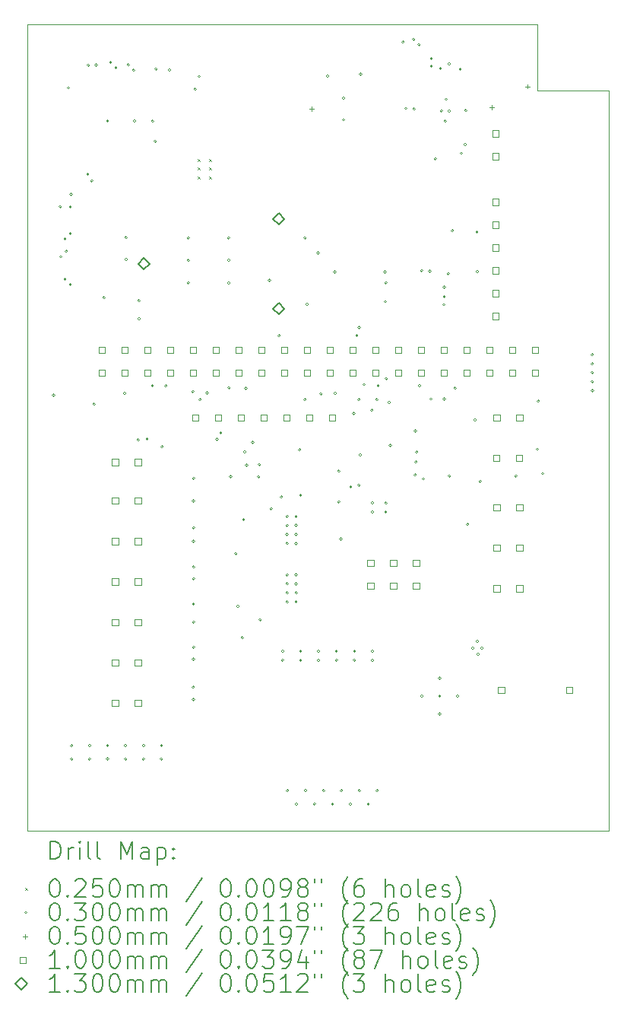
<source format=gbr>
%TF.GenerationSoftware,KiCad,Pcbnew,7.0.8*%
%TF.CreationDate,2023-11-07T10:45:07+02:00*%
%TF.ProjectId,Shield,53686965-6c64-42e6-9b69-6361645f7063,rev?*%
%TF.SameCoordinates,Original*%
%TF.FileFunction,Drillmap*%
%TF.FilePolarity,Positive*%
%FSLAX45Y45*%
G04 Gerber Fmt 4.5, Leading zero omitted, Abs format (unit mm)*
G04 Created by KiCad (PCBNEW 7.0.8) date 2023-11-07 10:45:07*
%MOMM*%
%LPD*%
G01*
G04 APERTURE LIST*
%ADD10C,0.100000*%
%ADD11C,0.200000*%
%ADD12C,0.025000*%
%ADD13C,0.030000*%
%ADD14C,0.050000*%
%ADD15C,0.130000*%
G04 APERTURE END LIST*
D10*
X13490780Y-6761220D02*
X14280720Y-6761220D01*
X7808800Y-6027160D02*
X13490780Y-6027160D01*
X14280720Y-6761220D02*
X14280720Y-14998440D01*
X13490780Y-6027160D02*
X13490780Y-6761220D01*
X7808800Y-6027160D02*
X7808800Y-14998440D01*
X7808800Y-14998440D02*
X14280720Y-14998440D01*
D11*
D12*
X9703000Y-7518600D02*
X9728000Y-7543600D01*
X9728000Y-7518600D02*
X9703000Y-7543600D01*
X9703000Y-7618600D02*
X9728000Y-7643600D01*
X9728000Y-7618600D02*
X9703000Y-7643600D01*
X9703000Y-7718600D02*
X9728000Y-7743600D01*
X9728000Y-7718600D02*
X9703000Y-7743600D01*
X9833000Y-7518600D02*
X9858000Y-7543600D01*
X9858000Y-7518600D02*
X9833000Y-7543600D01*
X9833000Y-7618600D02*
X9858000Y-7643600D01*
X9858000Y-7618600D02*
X9833000Y-7643600D01*
X9833000Y-7718600D02*
X9858000Y-7743600D01*
X9858000Y-7718600D02*
X9833000Y-7743600D01*
D13*
X8115000Y-10150000D02*
G75*
G03*
X8115000Y-10150000I-15000J0D01*
G01*
X8187000Y-8053000D02*
G75*
G03*
X8187000Y-8053000I-15000J0D01*
G01*
X8194948Y-8610052D02*
G75*
G03*
X8194948Y-8610052I-15000J0D01*
G01*
X8239948Y-8412052D02*
G75*
G03*
X8239948Y-8412052I-15000J0D01*
G01*
X8239948Y-8859948D02*
G75*
G03*
X8239948Y-8859948I-15000J0D01*
G01*
X8255052Y-8549948D02*
G75*
G03*
X8255052Y-8549948I-15000J0D01*
G01*
X8278950Y-6731000D02*
G75*
G03*
X8278950Y-6731000I-15000J0D01*
G01*
X8300000Y-8055000D02*
G75*
G03*
X8300000Y-8055000I-15000J0D01*
G01*
X8300052Y-8351948D02*
G75*
G03*
X8300052Y-8351948I-15000J0D01*
G01*
X8300052Y-8920052D02*
G75*
G03*
X8300052Y-8920052I-15000J0D01*
G01*
X8310000Y-7915000D02*
G75*
G03*
X8310000Y-7915000I-15000J0D01*
G01*
X8315000Y-14050000D02*
G75*
G03*
X8315000Y-14050000I-15000J0D01*
G01*
X8315000Y-14200000D02*
G75*
G03*
X8315000Y-14200000I-15000J0D01*
G01*
X8495000Y-7690000D02*
G75*
G03*
X8495000Y-7690000I-15000J0D01*
G01*
X8501500Y-6477000D02*
G75*
G03*
X8501500Y-6477000I-15000J0D01*
G01*
X8515000Y-14050000D02*
G75*
G03*
X8515000Y-14050000I-15000J0D01*
G01*
X8515000Y-14200000D02*
G75*
G03*
X8515000Y-14200000I-15000J0D01*
G01*
X8540000Y-7765000D02*
G75*
G03*
X8540000Y-7765000I-15000J0D01*
G01*
X8565000Y-10250000D02*
G75*
G03*
X8565000Y-10250000I-15000J0D01*
G01*
X8586500Y-6477000D02*
G75*
G03*
X8586500Y-6477000I-15000J0D01*
G01*
X8675000Y-9065000D02*
G75*
G03*
X8675000Y-9065000I-15000J0D01*
G01*
X8715000Y-7100000D02*
G75*
G03*
X8715000Y-7100000I-15000J0D01*
G01*
X8715000Y-14050000D02*
G75*
G03*
X8715000Y-14050000I-15000J0D01*
G01*
X8715000Y-14200000D02*
G75*
G03*
X8715000Y-14200000I-15000J0D01*
G01*
X8747948Y-6446948D02*
G75*
G03*
X8747948Y-6446948I-15000J0D01*
G01*
X8808052Y-6507052D02*
G75*
G03*
X8808052Y-6507052I-15000J0D01*
G01*
X8905000Y-10130000D02*
G75*
G03*
X8905000Y-10130000I-15000J0D01*
G01*
X8905000Y-10130000D02*
G75*
G03*
X8905000Y-10130000I-15000J0D01*
G01*
X8915000Y-14050000D02*
G75*
G03*
X8915000Y-14050000I-15000J0D01*
G01*
X8915000Y-14200000D02*
G75*
G03*
X8915000Y-14200000I-15000J0D01*
G01*
X8921000Y-8396000D02*
G75*
G03*
X8921000Y-8396000I-15000J0D01*
G01*
X8922000Y-8639000D02*
G75*
G03*
X8922000Y-8639000I-15000J0D01*
G01*
X8944948Y-6474948D02*
G75*
G03*
X8944948Y-6474948I-15000J0D01*
G01*
X9005052Y-6535052D02*
G75*
G03*
X9005052Y-6535052I-15000J0D01*
G01*
X9015000Y-7100000D02*
G75*
G03*
X9015000Y-7100000I-15000J0D01*
G01*
X9054800Y-10648800D02*
G75*
G03*
X9054800Y-10648800I-15000J0D01*
G01*
X9065000Y-9100000D02*
G75*
G03*
X9065000Y-9100000I-15000J0D01*
G01*
X9065000Y-9300000D02*
G75*
G03*
X9065000Y-9300000I-15000J0D01*
G01*
X9115000Y-14050000D02*
G75*
G03*
X9115000Y-14050000I-15000J0D01*
G01*
X9115000Y-14200000D02*
G75*
G03*
X9115000Y-14200000I-15000J0D01*
G01*
X9156000Y-10638000D02*
G75*
G03*
X9156000Y-10638000I-15000J0D01*
G01*
X9214000Y-10046000D02*
G75*
G03*
X9214000Y-10046000I-15000J0D01*
G01*
X9215000Y-7100000D02*
G75*
G03*
X9215000Y-7100000I-15000J0D01*
G01*
X9247000Y-7326000D02*
G75*
G03*
X9247000Y-7326000I-15000J0D01*
G01*
X9255000Y-6520000D02*
G75*
G03*
X9255000Y-6520000I-15000J0D01*
G01*
X9315000Y-14050000D02*
G75*
G03*
X9315000Y-14050000I-15000J0D01*
G01*
X9315000Y-14200000D02*
G75*
G03*
X9315000Y-14200000I-15000J0D01*
G01*
X9322000Y-10726000D02*
G75*
G03*
X9322000Y-10726000I-15000J0D01*
G01*
X9365000Y-10047000D02*
G75*
G03*
X9365000Y-10047000I-15000J0D01*
G01*
X9405000Y-6530000D02*
G75*
G03*
X9405000Y-6530000I-15000J0D01*
G01*
X9615000Y-8400000D02*
G75*
G03*
X9615000Y-8400000I-15000J0D01*
G01*
X9615000Y-8650000D02*
G75*
G03*
X9615000Y-8650000I-15000J0D01*
G01*
X9615000Y-8900000D02*
G75*
G03*
X9615000Y-8900000I-15000J0D01*
G01*
X9664720Y-10110280D02*
G75*
G03*
X9664720Y-10110280I-15000J0D01*
G01*
X9671000Y-13090000D02*
G75*
G03*
X9671000Y-13090000I-15000J0D01*
G01*
X9671000Y-13400000D02*
G75*
G03*
X9671000Y-13400000I-15000J0D01*
G01*
X9671000Y-13536910D02*
G75*
G03*
X9671000Y-13536910I-15000J0D01*
G01*
X9672000Y-11076000D02*
G75*
G03*
X9672000Y-11076000I-15000J0D01*
G01*
X9672000Y-11326000D02*
G75*
G03*
X9672000Y-11326000I-15000J0D01*
G01*
X9672000Y-11626000D02*
G75*
G03*
X9672000Y-11626000I-15000J0D01*
G01*
X9672000Y-11776000D02*
G75*
G03*
X9672000Y-11776000I-15000J0D01*
G01*
X9672000Y-12476000D02*
G75*
G03*
X9672000Y-12476000I-15000J0D01*
G01*
X9672000Y-12676000D02*
G75*
G03*
X9672000Y-12676000I-15000J0D01*
G01*
X9673000Y-12957000D02*
G75*
G03*
X9673000Y-12957000I-15000J0D01*
G01*
X9674000Y-12063000D02*
G75*
G03*
X9674000Y-12063000I-15000J0D01*
G01*
X9674000Y-12195000D02*
G75*
G03*
X9674000Y-12195000I-15000J0D01*
G01*
X9690000Y-6745000D02*
G75*
G03*
X9690000Y-6745000I-15000J0D01*
G01*
X9735000Y-6605000D02*
G75*
G03*
X9735000Y-6605000I-15000J0D01*
G01*
X9745000Y-10200000D02*
G75*
G03*
X9745000Y-10200000I-15000J0D01*
G01*
X9823000Y-10125000D02*
G75*
G03*
X9823000Y-10125000I-15000J0D01*
G01*
X9934000Y-10643000D02*
G75*
G03*
X9934000Y-10643000I-15000J0D01*
G01*
X9976000Y-10569000D02*
G75*
G03*
X9976000Y-10569000I-15000J0D01*
G01*
X10065000Y-8400000D02*
G75*
G03*
X10065000Y-8400000I-15000J0D01*
G01*
X10065000Y-8650000D02*
G75*
G03*
X10065000Y-8650000I-15000J0D01*
G01*
X10065000Y-8900000D02*
G75*
G03*
X10065000Y-8900000I-15000J0D01*
G01*
X10068000Y-10067944D02*
G75*
G03*
X10068000Y-10067944I-15000J0D01*
G01*
X10085000Y-11057000D02*
G75*
G03*
X10085000Y-11057000I-15000J0D01*
G01*
X10142000Y-11914000D02*
G75*
G03*
X10142000Y-11914000I-15000J0D01*
G01*
X10165000Y-12500000D02*
G75*
G03*
X10165000Y-12500000I-15000J0D01*
G01*
X10215000Y-12850000D02*
G75*
G03*
X10215000Y-12850000I-15000J0D01*
G01*
X10230000Y-11534000D02*
G75*
G03*
X10230000Y-11534000I-15000J0D01*
G01*
X10243000Y-10781000D02*
G75*
G03*
X10243000Y-10781000I-15000J0D01*
G01*
X10254000Y-10074580D02*
G75*
G03*
X10254000Y-10074580I-15000J0D01*
G01*
X10263000Y-10929000D02*
G75*
G03*
X10263000Y-10929000I-15000J0D01*
G01*
X10332000Y-10675000D02*
G75*
G03*
X10332000Y-10675000I-15000J0D01*
G01*
X10398000Y-11058000D02*
G75*
G03*
X10398000Y-11058000I-15000J0D01*
G01*
X10405000Y-10924000D02*
G75*
G03*
X10405000Y-10924000I-15000J0D01*
G01*
X10415000Y-12650000D02*
G75*
G03*
X10415000Y-12650000I-15000J0D01*
G01*
X10518324Y-8873324D02*
G75*
G03*
X10518324Y-8873324I-15000J0D01*
G01*
X10536000Y-11414000D02*
G75*
G03*
X10536000Y-11414000I-15000J0D01*
G01*
X10625000Y-9488000D02*
G75*
G03*
X10625000Y-9488000I-15000J0D01*
G01*
X10652000Y-11282000D02*
G75*
G03*
X10652000Y-11282000I-15000J0D01*
G01*
X10665000Y-13000000D02*
G75*
G03*
X10665000Y-13000000I-15000J0D01*
G01*
X10665000Y-13100000D02*
G75*
G03*
X10665000Y-13100000I-15000J0D01*
G01*
X10715000Y-11500000D02*
G75*
G03*
X10715000Y-11500000I-15000J0D01*
G01*
X10715000Y-11600000D02*
G75*
G03*
X10715000Y-11600000I-15000J0D01*
G01*
X10715000Y-11700000D02*
G75*
G03*
X10715000Y-11700000I-15000J0D01*
G01*
X10715000Y-11800000D02*
G75*
G03*
X10715000Y-11800000I-15000J0D01*
G01*
X10715000Y-12150000D02*
G75*
G03*
X10715000Y-12150000I-15000J0D01*
G01*
X10715000Y-12250000D02*
G75*
G03*
X10715000Y-12250000I-15000J0D01*
G01*
X10715000Y-12350000D02*
G75*
G03*
X10715000Y-12350000I-15000J0D01*
G01*
X10715000Y-12450000D02*
G75*
G03*
X10715000Y-12450000I-15000J0D01*
G01*
X10720000Y-14551000D02*
G75*
G03*
X10720000Y-14551000I-15000J0D01*
G01*
X10815000Y-11500000D02*
G75*
G03*
X10815000Y-11500000I-15000J0D01*
G01*
X10815000Y-11600000D02*
G75*
G03*
X10815000Y-11600000I-15000J0D01*
G01*
X10815000Y-11700000D02*
G75*
G03*
X10815000Y-11700000I-15000J0D01*
G01*
X10815000Y-11800000D02*
G75*
G03*
X10815000Y-11800000I-15000J0D01*
G01*
X10815000Y-12150000D02*
G75*
G03*
X10815000Y-12150000I-15000J0D01*
G01*
X10815000Y-12250000D02*
G75*
G03*
X10815000Y-12250000I-15000J0D01*
G01*
X10815000Y-12350000D02*
G75*
G03*
X10815000Y-12350000I-15000J0D01*
G01*
X10815000Y-12450000D02*
G75*
G03*
X10815000Y-12450000I-15000J0D01*
G01*
X10820000Y-14701000D02*
G75*
G03*
X10820000Y-14701000I-15000J0D01*
G01*
X10856000Y-10758000D02*
G75*
G03*
X10856000Y-10758000I-15000J0D01*
G01*
X10865000Y-13000000D02*
G75*
G03*
X10865000Y-13000000I-15000J0D01*
G01*
X10865000Y-13100000D02*
G75*
G03*
X10865000Y-13100000I-15000J0D01*
G01*
X10866409Y-11263591D02*
G75*
G03*
X10866409Y-11263591I-15000J0D01*
G01*
X10915000Y-8400000D02*
G75*
G03*
X10915000Y-8400000I-15000J0D01*
G01*
X10915000Y-10200000D02*
G75*
G03*
X10915000Y-10200000I-15000J0D01*
G01*
X10920000Y-14551000D02*
G75*
G03*
X10920000Y-14551000I-15000J0D01*
G01*
X10938000Y-9140000D02*
G75*
G03*
X10938000Y-9140000I-15000J0D01*
G01*
X11020000Y-14701000D02*
G75*
G03*
X11020000Y-14701000I-15000J0D01*
G01*
X11058500Y-8567500D02*
G75*
G03*
X11058500Y-8567500I-15000J0D01*
G01*
X11065000Y-13000000D02*
G75*
G03*
X11065000Y-13000000I-15000J0D01*
G01*
X11065000Y-13100000D02*
G75*
G03*
X11065000Y-13100000I-15000J0D01*
G01*
X11090000Y-10136000D02*
G75*
G03*
X11090000Y-10136000I-15000J0D01*
G01*
X11120000Y-14551000D02*
G75*
G03*
X11120000Y-14551000I-15000J0D01*
G01*
X11165000Y-6600000D02*
G75*
G03*
X11165000Y-6600000I-15000J0D01*
G01*
X11220000Y-14701000D02*
G75*
G03*
X11220000Y-14701000I-15000J0D01*
G01*
X11245000Y-8780000D02*
G75*
G03*
X11245000Y-8780000I-15000J0D01*
G01*
X11250000Y-10131000D02*
G75*
G03*
X11250000Y-10131000I-15000J0D01*
G01*
X11265000Y-13000000D02*
G75*
G03*
X11265000Y-13000000I-15000J0D01*
G01*
X11265000Y-13100000D02*
G75*
G03*
X11265000Y-13100000I-15000J0D01*
G01*
X11291000Y-11338000D02*
G75*
G03*
X11291000Y-11338000I-15000J0D01*
G01*
X11292000Y-10996000D02*
G75*
G03*
X11292000Y-10996000I-15000J0D01*
G01*
X11315000Y-11750000D02*
G75*
G03*
X11315000Y-11750000I-15000J0D01*
G01*
X11320000Y-14551000D02*
G75*
G03*
X11320000Y-14551000I-15000J0D01*
G01*
X11343400Y-6845300D02*
G75*
G03*
X11343400Y-6845300I-15000J0D01*
G01*
X11343400Y-7086600D02*
G75*
G03*
X11343400Y-7086600I-15000J0D01*
G01*
X11420000Y-14701000D02*
G75*
G03*
X11420000Y-14701000I-15000J0D01*
G01*
X11425000Y-11170000D02*
G75*
G03*
X11425000Y-11170000I-15000J0D01*
G01*
X11459000Y-10353000D02*
G75*
G03*
X11459000Y-10353000I-15000J0D01*
G01*
X11465000Y-13000000D02*
G75*
G03*
X11465000Y-13000000I-15000J0D01*
G01*
X11465000Y-13100000D02*
G75*
G03*
X11465000Y-13100000I-15000J0D01*
G01*
X11493000Y-9486000D02*
G75*
G03*
X11493000Y-9486000I-15000J0D01*
G01*
X11515000Y-10200000D02*
G75*
G03*
X11515000Y-10200000I-15000J0D01*
G01*
X11515000Y-11150000D02*
G75*
G03*
X11515000Y-11150000I-15000J0D01*
G01*
X11517000Y-9396000D02*
G75*
G03*
X11517000Y-9396000I-15000J0D01*
G01*
X11520000Y-14551000D02*
G75*
G03*
X11520000Y-14551000I-15000J0D01*
G01*
X11530000Y-10815000D02*
G75*
G03*
X11530000Y-10815000I-15000J0D01*
G01*
X11533900Y-6578600D02*
G75*
G03*
X11533900Y-6578600I-15000J0D01*
G01*
X11572000Y-10032000D02*
G75*
G03*
X11572000Y-10032000I-15000J0D01*
G01*
X11620000Y-14701000D02*
G75*
G03*
X11620000Y-14701000I-15000J0D01*
G01*
X11659674Y-10317326D02*
G75*
G03*
X11659674Y-10317326I-15000J0D01*
G01*
X11665000Y-11350000D02*
G75*
G03*
X11665000Y-11350000I-15000J0D01*
G01*
X11665000Y-11450000D02*
G75*
G03*
X11665000Y-11450000I-15000J0D01*
G01*
X11665000Y-13000000D02*
G75*
G03*
X11665000Y-13000000I-15000J0D01*
G01*
X11665000Y-13100000D02*
G75*
G03*
X11665000Y-13100000I-15000J0D01*
G01*
X11715000Y-10200000D02*
G75*
G03*
X11715000Y-10200000I-15000J0D01*
G01*
X11720000Y-14551000D02*
G75*
G03*
X11720000Y-14551000I-15000J0D01*
G01*
X11729000Y-10044090D02*
G75*
G03*
X11729000Y-10044090I-15000J0D01*
G01*
X11805000Y-8780000D02*
G75*
G03*
X11805000Y-8780000I-15000J0D01*
G01*
X11808474Y-9108692D02*
G75*
G03*
X11808474Y-9108692I-15000J0D01*
G01*
X11815000Y-8900000D02*
G75*
G03*
X11815000Y-8900000I-15000J0D01*
G01*
X11815000Y-11350000D02*
G75*
G03*
X11815000Y-11350000I-15000J0D01*
G01*
X11815000Y-11450000D02*
G75*
G03*
X11815000Y-11450000I-15000J0D01*
G01*
X11819000Y-9966000D02*
G75*
G03*
X11819000Y-9966000I-15000J0D01*
G01*
X11852000Y-10232000D02*
G75*
G03*
X11852000Y-10232000I-15000J0D01*
G01*
X11865000Y-10708000D02*
G75*
G03*
X11865000Y-10708000I-15000J0D01*
G01*
X12005000Y-6220000D02*
G75*
G03*
X12005000Y-6220000I-15000J0D01*
G01*
X12039000Y-6958000D02*
G75*
G03*
X12039000Y-6958000I-15000J0D01*
G01*
X12124948Y-6189948D02*
G75*
G03*
X12124948Y-6189948I-15000J0D01*
G01*
X12128000Y-6965000D02*
G75*
G03*
X12128000Y-6965000I-15000J0D01*
G01*
X12140000Y-11038000D02*
G75*
G03*
X12140000Y-11038000I-15000J0D01*
G01*
X12145000Y-10549000D02*
G75*
G03*
X12145000Y-10549000I-15000J0D01*
G01*
X12150000Y-10895000D02*
G75*
G03*
X12150000Y-10895000I-15000J0D01*
G01*
X12157000Y-10784000D02*
G75*
G03*
X12157000Y-10784000I-15000J0D01*
G01*
X12185052Y-6250052D02*
G75*
G03*
X12185052Y-6250052I-15000J0D01*
G01*
X12190000Y-10044090D02*
G75*
G03*
X12190000Y-10044090I-15000J0D01*
G01*
X12215000Y-8765000D02*
G75*
G03*
X12215000Y-8765000I-15000J0D01*
G01*
X12215000Y-13500000D02*
G75*
G03*
X12215000Y-13500000I-15000J0D01*
G01*
X12232000Y-11082000D02*
G75*
G03*
X12232000Y-11082000I-15000J0D01*
G01*
X12305000Y-8770000D02*
G75*
G03*
X12305000Y-8770000I-15000J0D01*
G01*
X12317000Y-10192030D02*
G75*
G03*
X12317000Y-10192030I-15000J0D01*
G01*
X12321183Y-6403755D02*
G75*
G03*
X12321183Y-6403755I-15000J0D01*
G01*
X12321846Y-6487874D02*
G75*
G03*
X12321846Y-6487874I-15000J0D01*
G01*
X12366000Y-7518000D02*
G75*
G03*
X12366000Y-7518000I-15000J0D01*
G01*
X12415000Y-13300000D02*
G75*
G03*
X12415000Y-13300000I-15000J0D01*
G01*
X12415000Y-13500000D02*
G75*
G03*
X12415000Y-13500000I-15000J0D01*
G01*
X12415000Y-13700000D02*
G75*
G03*
X12415000Y-13700000I-15000J0D01*
G01*
X12422000Y-6514000D02*
G75*
G03*
X12422000Y-6514000I-15000J0D01*
G01*
X12434000Y-6987000D02*
G75*
G03*
X12434000Y-6987000I-15000J0D01*
G01*
X12461000Y-9144000D02*
G75*
G03*
X12461000Y-9144000I-15000J0D01*
G01*
X12465000Y-8950000D02*
G75*
G03*
X12465000Y-8950000I-15000J0D01*
G01*
X12465000Y-9055000D02*
G75*
G03*
X12465000Y-9055000I-15000J0D01*
G01*
X12465000Y-10192030D02*
G75*
G03*
X12465000Y-10192030I-15000J0D01*
G01*
X12476000Y-7100000D02*
G75*
G03*
X12476000Y-7100000I-15000J0D01*
G01*
X12487000Y-6857000D02*
G75*
G03*
X12487000Y-6857000I-15000J0D01*
G01*
X12510000Y-8800000D02*
G75*
G03*
X12510000Y-8800000I-15000J0D01*
G01*
X12519000Y-6463000D02*
G75*
G03*
X12519000Y-6463000I-15000J0D01*
G01*
X12520000Y-6987000D02*
G75*
G03*
X12520000Y-6987000I-15000J0D01*
G01*
X12520910Y-11050000D02*
G75*
G03*
X12520910Y-11050000I-15000J0D01*
G01*
X12555000Y-8320000D02*
G75*
G03*
X12555000Y-8320000I-15000J0D01*
G01*
X12585000Y-10073000D02*
G75*
G03*
X12585000Y-10073000I-15000J0D01*
G01*
X12615000Y-13500000D02*
G75*
G03*
X12615000Y-13500000I-15000J0D01*
G01*
X12644000Y-6523000D02*
G75*
G03*
X12644000Y-6523000I-15000J0D01*
G01*
X12656000Y-7460000D02*
G75*
G03*
X12656000Y-7460000I-15000J0D01*
G01*
X12698000Y-7362000D02*
G75*
G03*
X12698000Y-7362000I-15000J0D01*
G01*
X12706000Y-6983000D02*
G75*
G03*
X12706000Y-6983000I-15000J0D01*
G01*
X12726000Y-11589000D02*
G75*
G03*
X12726000Y-11589000I-15000J0D01*
G01*
X12784000Y-12965000D02*
G75*
G03*
X12784000Y-12965000I-15000J0D01*
G01*
X12809000Y-10425000D02*
G75*
G03*
X12809000Y-10425000I-15000J0D01*
G01*
X12830000Y-8335000D02*
G75*
G03*
X12830000Y-8335000I-15000J0D01*
G01*
X12834000Y-12888000D02*
G75*
G03*
X12834000Y-12888000I-15000J0D01*
G01*
X12835000Y-8775000D02*
G75*
G03*
X12835000Y-8775000I-15000J0D01*
G01*
X12842000Y-13034000D02*
G75*
G03*
X12842000Y-13034000I-15000J0D01*
G01*
X12864034Y-11110034D02*
G75*
G03*
X12864034Y-11110034I-15000J0D01*
G01*
X12885000Y-12965000D02*
G75*
G03*
X12885000Y-12965000I-15000J0D01*
G01*
X13265000Y-11050000D02*
G75*
G03*
X13265000Y-11050000I-15000J0D01*
G01*
X13501000Y-10752000D02*
G75*
G03*
X13501000Y-10752000I-15000J0D01*
G01*
X13514000Y-10215000D02*
G75*
G03*
X13514000Y-10215000I-15000J0D01*
G01*
X13561000Y-11022000D02*
G75*
G03*
X13561000Y-11022000I-15000J0D01*
G01*
X14115000Y-9700000D02*
G75*
G03*
X14115000Y-9700000I-15000J0D01*
G01*
X14115000Y-9800000D02*
G75*
G03*
X14115000Y-9800000I-15000J0D01*
G01*
X14115000Y-9900000D02*
G75*
G03*
X14115000Y-9900000I-15000J0D01*
G01*
X14115000Y-10000000D02*
G75*
G03*
X14115000Y-10000000I-15000J0D01*
G01*
X14115000Y-10100000D02*
G75*
G03*
X14115000Y-10100000I-15000J0D01*
G01*
D14*
X10972800Y-6934600D02*
X10972800Y-6984600D01*
X10947800Y-6959600D02*
X10997800Y-6959600D01*
X12979400Y-6921900D02*
X12979400Y-6971900D01*
X12954400Y-6946900D02*
X13004400Y-6946900D01*
X13375780Y-6688585D02*
X13375780Y-6738585D01*
X13350780Y-6713585D02*
X13400780Y-6713585D01*
D10*
X8669076Y-9683216D02*
X8669076Y-9612504D01*
X8598364Y-9612504D01*
X8598364Y-9683216D01*
X8669076Y-9683216D01*
X8669076Y-9937216D02*
X8669076Y-9866504D01*
X8598364Y-9866504D01*
X8598364Y-9937216D01*
X8669076Y-9937216D01*
X8821156Y-10931756D02*
X8821156Y-10861044D01*
X8750444Y-10861044D01*
X8750444Y-10931756D01*
X8821156Y-10931756D01*
X8821156Y-11361356D02*
X8821156Y-11290644D01*
X8750444Y-11290644D01*
X8750444Y-11361356D01*
X8821156Y-11361356D01*
X8821156Y-11811356D02*
X8821156Y-11740644D01*
X8750444Y-11740644D01*
X8750444Y-11811356D01*
X8821156Y-11811356D01*
X8821156Y-12261356D02*
X8821156Y-12190644D01*
X8750444Y-12190644D01*
X8750444Y-12261356D01*
X8821156Y-12261356D01*
X8821156Y-12711356D02*
X8821156Y-12640644D01*
X8750444Y-12640644D01*
X8750444Y-12711356D01*
X8821156Y-12711356D01*
X8821156Y-13161356D02*
X8821156Y-13090644D01*
X8750444Y-13090644D01*
X8750444Y-13161356D01*
X8821156Y-13161356D01*
X8821156Y-13611356D02*
X8821156Y-13540644D01*
X8750444Y-13540644D01*
X8750444Y-13611356D01*
X8821156Y-13611356D01*
X8923076Y-9683216D02*
X8923076Y-9612504D01*
X8852364Y-9612504D01*
X8852364Y-9683216D01*
X8923076Y-9683216D01*
X8923076Y-9937216D02*
X8923076Y-9866504D01*
X8852364Y-9866504D01*
X8852364Y-9937216D01*
X8923076Y-9937216D01*
X9075156Y-10931756D02*
X9075156Y-10861044D01*
X9004444Y-10861044D01*
X9004444Y-10931756D01*
X9075156Y-10931756D01*
X9075156Y-11361356D02*
X9075156Y-11290644D01*
X9004444Y-11290644D01*
X9004444Y-11361356D01*
X9075156Y-11361356D01*
X9075156Y-11811356D02*
X9075156Y-11740644D01*
X9004444Y-11740644D01*
X9004444Y-11811356D01*
X9075156Y-11811356D01*
X9075156Y-12261356D02*
X9075156Y-12190644D01*
X9004444Y-12190644D01*
X9004444Y-12261356D01*
X9075156Y-12261356D01*
X9075156Y-12711356D02*
X9075156Y-12640644D01*
X9004444Y-12640644D01*
X9004444Y-12711356D01*
X9075156Y-12711356D01*
X9075156Y-13161356D02*
X9075156Y-13090644D01*
X9004444Y-13090644D01*
X9004444Y-13161356D01*
X9075156Y-13161356D01*
X9075156Y-13611356D02*
X9075156Y-13540644D01*
X9004444Y-13540644D01*
X9004444Y-13611356D01*
X9075156Y-13611356D01*
X9177076Y-9683216D02*
X9177076Y-9612504D01*
X9106364Y-9612504D01*
X9106364Y-9683216D01*
X9177076Y-9683216D01*
X9177076Y-9937216D02*
X9177076Y-9866504D01*
X9106364Y-9866504D01*
X9106364Y-9937216D01*
X9177076Y-9937216D01*
X9431076Y-9683216D02*
X9431076Y-9612504D01*
X9360364Y-9612504D01*
X9360364Y-9683216D01*
X9431076Y-9683216D01*
X9431076Y-9937216D02*
X9431076Y-9866504D01*
X9360364Y-9866504D01*
X9360364Y-9937216D01*
X9431076Y-9937216D01*
X9685076Y-9683216D02*
X9685076Y-9612504D01*
X9614364Y-9612504D01*
X9614364Y-9683216D01*
X9685076Y-9683216D01*
X9685076Y-9937216D02*
X9685076Y-9866504D01*
X9614364Y-9866504D01*
X9614364Y-9937216D01*
X9685076Y-9937216D01*
X9711356Y-10435356D02*
X9711356Y-10364644D01*
X9640644Y-10364644D01*
X9640644Y-10435356D01*
X9711356Y-10435356D01*
X9939076Y-9683216D02*
X9939076Y-9612504D01*
X9868364Y-9612504D01*
X9868364Y-9683216D01*
X9939076Y-9683216D01*
X9939076Y-9937216D02*
X9939076Y-9866504D01*
X9868364Y-9866504D01*
X9868364Y-9937216D01*
X9939076Y-9937216D01*
X9965356Y-10435356D02*
X9965356Y-10364644D01*
X9894644Y-10364644D01*
X9894644Y-10435356D01*
X9965356Y-10435356D01*
X10193076Y-9683216D02*
X10193076Y-9612504D01*
X10122364Y-9612504D01*
X10122364Y-9683216D01*
X10193076Y-9683216D01*
X10193076Y-9937216D02*
X10193076Y-9866504D01*
X10122364Y-9866504D01*
X10122364Y-9937216D01*
X10193076Y-9937216D01*
X10219356Y-10435356D02*
X10219356Y-10364644D01*
X10148644Y-10364644D01*
X10148644Y-10435356D01*
X10219356Y-10435356D01*
X10447076Y-9683216D02*
X10447076Y-9612504D01*
X10376364Y-9612504D01*
X10376364Y-9683216D01*
X10447076Y-9683216D01*
X10447076Y-9937216D02*
X10447076Y-9866504D01*
X10376364Y-9866504D01*
X10376364Y-9937216D01*
X10447076Y-9937216D01*
X10473356Y-10435356D02*
X10473356Y-10364644D01*
X10402644Y-10364644D01*
X10402644Y-10435356D01*
X10473356Y-10435356D01*
X10701076Y-9683216D02*
X10701076Y-9612504D01*
X10630364Y-9612504D01*
X10630364Y-9683216D01*
X10701076Y-9683216D01*
X10701076Y-9937216D02*
X10701076Y-9866504D01*
X10630364Y-9866504D01*
X10630364Y-9937216D01*
X10701076Y-9937216D01*
X10727356Y-10435356D02*
X10727356Y-10364644D01*
X10656644Y-10364644D01*
X10656644Y-10435356D01*
X10727356Y-10435356D01*
X10955076Y-9683216D02*
X10955076Y-9612504D01*
X10884364Y-9612504D01*
X10884364Y-9683216D01*
X10955076Y-9683216D01*
X10955076Y-9937216D02*
X10955076Y-9866504D01*
X10884364Y-9866504D01*
X10884364Y-9937216D01*
X10955076Y-9937216D01*
X10981356Y-10435356D02*
X10981356Y-10364644D01*
X10910644Y-10364644D01*
X10910644Y-10435356D01*
X10981356Y-10435356D01*
X11209076Y-9683216D02*
X11209076Y-9612504D01*
X11138364Y-9612504D01*
X11138364Y-9683216D01*
X11209076Y-9683216D01*
X11209076Y-9937216D02*
X11209076Y-9866504D01*
X11138364Y-9866504D01*
X11138364Y-9937216D01*
X11209076Y-9937216D01*
X11235356Y-10435356D02*
X11235356Y-10364644D01*
X11164644Y-10364644D01*
X11164644Y-10435356D01*
X11235356Y-10435356D01*
X11463076Y-9683216D02*
X11463076Y-9612504D01*
X11392364Y-9612504D01*
X11392364Y-9683216D01*
X11463076Y-9683216D01*
X11463076Y-9937216D02*
X11463076Y-9866504D01*
X11392364Y-9866504D01*
X11392364Y-9937216D01*
X11463076Y-9937216D01*
X11665356Y-12055356D02*
X11665356Y-11984644D01*
X11594644Y-11984644D01*
X11594644Y-12055356D01*
X11665356Y-12055356D01*
X11665356Y-12309356D02*
X11665356Y-12238644D01*
X11594644Y-12238644D01*
X11594644Y-12309356D01*
X11665356Y-12309356D01*
X11717076Y-9683216D02*
X11717076Y-9612504D01*
X11646364Y-9612504D01*
X11646364Y-9683216D01*
X11717076Y-9683216D01*
X11717076Y-9937216D02*
X11717076Y-9866504D01*
X11646364Y-9866504D01*
X11646364Y-9937216D01*
X11717076Y-9937216D01*
X11919356Y-12055356D02*
X11919356Y-11984644D01*
X11848644Y-11984644D01*
X11848644Y-12055356D01*
X11919356Y-12055356D01*
X11919356Y-12309356D02*
X11919356Y-12238644D01*
X11848644Y-12238644D01*
X11848644Y-12309356D01*
X11919356Y-12309356D01*
X11971076Y-9683216D02*
X11971076Y-9612504D01*
X11900364Y-9612504D01*
X11900364Y-9683216D01*
X11971076Y-9683216D01*
X11971076Y-9937216D02*
X11971076Y-9866504D01*
X11900364Y-9866504D01*
X11900364Y-9937216D01*
X11971076Y-9937216D01*
X12173356Y-12055356D02*
X12173356Y-11984644D01*
X12102644Y-11984644D01*
X12102644Y-12055356D01*
X12173356Y-12055356D01*
X12173356Y-12309356D02*
X12173356Y-12238644D01*
X12102644Y-12238644D01*
X12102644Y-12309356D01*
X12173356Y-12309356D01*
X12225076Y-9683216D02*
X12225076Y-9612504D01*
X12154364Y-9612504D01*
X12154364Y-9683216D01*
X12225076Y-9683216D01*
X12225076Y-9937216D02*
X12225076Y-9866504D01*
X12154364Y-9866504D01*
X12154364Y-9937216D01*
X12225076Y-9937216D01*
X12479076Y-9683216D02*
X12479076Y-9612504D01*
X12408364Y-9612504D01*
X12408364Y-9683216D01*
X12479076Y-9683216D01*
X12479076Y-9937216D02*
X12479076Y-9866504D01*
X12408364Y-9866504D01*
X12408364Y-9937216D01*
X12479076Y-9937216D01*
X12733076Y-9683216D02*
X12733076Y-9612504D01*
X12662364Y-9612504D01*
X12662364Y-9683216D01*
X12733076Y-9683216D01*
X12733076Y-9937216D02*
X12733076Y-9866504D01*
X12662364Y-9866504D01*
X12662364Y-9937216D01*
X12733076Y-9937216D01*
X12987076Y-9683216D02*
X12987076Y-9612504D01*
X12916364Y-9612504D01*
X12916364Y-9683216D01*
X12987076Y-9683216D01*
X12987076Y-9937216D02*
X12987076Y-9866504D01*
X12916364Y-9866504D01*
X12916364Y-9937216D01*
X12987076Y-9937216D01*
X13059856Y-7274356D02*
X13059856Y-7203644D01*
X12989144Y-7203644D01*
X12989144Y-7274356D01*
X13059856Y-7274356D01*
X13059856Y-7528356D02*
X13059856Y-7457644D01*
X12989144Y-7457644D01*
X12989144Y-7528356D01*
X13059856Y-7528356D01*
X13059856Y-8036356D02*
X13059856Y-7965644D01*
X12989144Y-7965644D01*
X12989144Y-8036356D01*
X13059856Y-8036356D01*
X13059856Y-8290356D02*
X13059856Y-8219644D01*
X12989144Y-8219644D01*
X12989144Y-8290356D01*
X13059856Y-8290356D01*
X13059856Y-8544356D02*
X13059856Y-8473644D01*
X12989144Y-8473644D01*
X12989144Y-8544356D01*
X13059856Y-8544356D01*
X13059856Y-8798356D02*
X13059856Y-8727644D01*
X12989144Y-8727644D01*
X12989144Y-8798356D01*
X13059856Y-8798356D01*
X13059856Y-9052356D02*
X13059856Y-8981644D01*
X12989144Y-8981644D01*
X12989144Y-9052356D01*
X13059856Y-9052356D01*
X13059856Y-9306356D02*
X13059856Y-9235644D01*
X12989144Y-9235644D01*
X12989144Y-9306356D01*
X13059856Y-9306356D01*
X13065356Y-10885356D02*
X13065356Y-10814644D01*
X12994644Y-10814644D01*
X12994644Y-10885356D01*
X13065356Y-10885356D01*
X13070356Y-10435356D02*
X13070356Y-10364644D01*
X12999644Y-10364644D01*
X12999644Y-10435356D01*
X13070356Y-10435356D01*
X13070356Y-11435356D02*
X13070356Y-11364644D01*
X12999644Y-11364644D01*
X12999644Y-11435356D01*
X13070356Y-11435356D01*
X13070356Y-11885356D02*
X13070356Y-11814644D01*
X12999644Y-11814644D01*
X12999644Y-11885356D01*
X13070356Y-11885356D01*
X13070356Y-12335356D02*
X13070356Y-12264644D01*
X12999644Y-12264644D01*
X12999644Y-12335356D01*
X13070356Y-12335356D01*
X13120356Y-13467356D02*
X13120356Y-13396644D01*
X13049644Y-13396644D01*
X13049644Y-13467356D01*
X13120356Y-13467356D01*
X13241076Y-9683216D02*
X13241076Y-9612504D01*
X13170364Y-9612504D01*
X13170364Y-9683216D01*
X13241076Y-9683216D01*
X13241076Y-9937216D02*
X13241076Y-9866504D01*
X13170364Y-9866504D01*
X13170364Y-9937216D01*
X13241076Y-9937216D01*
X13319356Y-10885356D02*
X13319356Y-10814644D01*
X13248644Y-10814644D01*
X13248644Y-10885356D01*
X13319356Y-10885356D01*
X13324356Y-10435356D02*
X13324356Y-10364644D01*
X13253644Y-10364644D01*
X13253644Y-10435356D01*
X13324356Y-10435356D01*
X13324356Y-11435356D02*
X13324356Y-11364644D01*
X13253644Y-11364644D01*
X13253644Y-11435356D01*
X13324356Y-11435356D01*
X13324356Y-11885356D02*
X13324356Y-11814644D01*
X13253644Y-11814644D01*
X13253644Y-11885356D01*
X13324356Y-11885356D01*
X13324356Y-12335356D02*
X13324356Y-12264644D01*
X13253644Y-12264644D01*
X13253644Y-12335356D01*
X13324356Y-12335356D01*
X13495076Y-9683216D02*
X13495076Y-9612504D01*
X13424364Y-9612504D01*
X13424364Y-9683216D01*
X13495076Y-9683216D01*
X13495076Y-9937216D02*
X13495076Y-9866504D01*
X13424364Y-9866504D01*
X13424364Y-9937216D01*
X13495076Y-9937216D01*
X13880356Y-13467356D02*
X13880356Y-13396644D01*
X13809644Y-13396644D01*
X13809644Y-13467356D01*
X13880356Y-13467356D01*
D15*
X9105200Y-8751800D02*
X9170200Y-8686800D01*
X9105200Y-8621800D01*
X9040200Y-8686800D01*
X9105200Y-8751800D01*
X10605200Y-8251800D02*
X10670200Y-8186800D01*
X10605200Y-8121800D01*
X10540200Y-8186800D01*
X10605200Y-8251800D01*
X10605200Y-9251800D02*
X10670200Y-9186800D01*
X10605200Y-9121800D01*
X10540200Y-9186800D01*
X10605200Y-9251800D01*
D11*
X8064577Y-15314924D02*
X8064577Y-15114924D01*
X8064577Y-15114924D02*
X8112196Y-15114924D01*
X8112196Y-15114924D02*
X8140767Y-15124448D01*
X8140767Y-15124448D02*
X8159815Y-15143495D01*
X8159815Y-15143495D02*
X8169339Y-15162543D01*
X8169339Y-15162543D02*
X8178862Y-15200638D01*
X8178862Y-15200638D02*
X8178862Y-15229209D01*
X8178862Y-15229209D02*
X8169339Y-15267305D01*
X8169339Y-15267305D02*
X8159815Y-15286352D01*
X8159815Y-15286352D02*
X8140767Y-15305400D01*
X8140767Y-15305400D02*
X8112196Y-15314924D01*
X8112196Y-15314924D02*
X8064577Y-15314924D01*
X8264577Y-15314924D02*
X8264577Y-15181590D01*
X8264577Y-15219686D02*
X8274101Y-15200638D01*
X8274101Y-15200638D02*
X8283624Y-15191114D01*
X8283624Y-15191114D02*
X8302672Y-15181590D01*
X8302672Y-15181590D02*
X8321720Y-15181590D01*
X8388386Y-15314924D02*
X8388386Y-15181590D01*
X8388386Y-15114924D02*
X8378862Y-15124448D01*
X8378862Y-15124448D02*
X8388386Y-15133971D01*
X8388386Y-15133971D02*
X8397910Y-15124448D01*
X8397910Y-15124448D02*
X8388386Y-15114924D01*
X8388386Y-15114924D02*
X8388386Y-15133971D01*
X8512196Y-15314924D02*
X8493148Y-15305400D01*
X8493148Y-15305400D02*
X8483624Y-15286352D01*
X8483624Y-15286352D02*
X8483624Y-15114924D01*
X8616958Y-15314924D02*
X8597910Y-15305400D01*
X8597910Y-15305400D02*
X8588386Y-15286352D01*
X8588386Y-15286352D02*
X8588386Y-15114924D01*
X8845529Y-15314924D02*
X8845529Y-15114924D01*
X8845529Y-15114924D02*
X8912196Y-15257781D01*
X8912196Y-15257781D02*
X8978863Y-15114924D01*
X8978863Y-15114924D02*
X8978863Y-15314924D01*
X9159815Y-15314924D02*
X9159815Y-15210162D01*
X9159815Y-15210162D02*
X9150291Y-15191114D01*
X9150291Y-15191114D02*
X9131244Y-15181590D01*
X9131244Y-15181590D02*
X9093148Y-15181590D01*
X9093148Y-15181590D02*
X9074101Y-15191114D01*
X9159815Y-15305400D02*
X9140767Y-15314924D01*
X9140767Y-15314924D02*
X9093148Y-15314924D01*
X9093148Y-15314924D02*
X9074101Y-15305400D01*
X9074101Y-15305400D02*
X9064577Y-15286352D01*
X9064577Y-15286352D02*
X9064577Y-15267305D01*
X9064577Y-15267305D02*
X9074101Y-15248257D01*
X9074101Y-15248257D02*
X9093148Y-15238733D01*
X9093148Y-15238733D02*
X9140767Y-15238733D01*
X9140767Y-15238733D02*
X9159815Y-15229209D01*
X9255053Y-15181590D02*
X9255053Y-15381590D01*
X9255053Y-15191114D02*
X9274101Y-15181590D01*
X9274101Y-15181590D02*
X9312196Y-15181590D01*
X9312196Y-15181590D02*
X9331244Y-15191114D01*
X9331244Y-15191114D02*
X9340767Y-15200638D01*
X9340767Y-15200638D02*
X9350291Y-15219686D01*
X9350291Y-15219686D02*
X9350291Y-15276828D01*
X9350291Y-15276828D02*
X9340767Y-15295876D01*
X9340767Y-15295876D02*
X9331244Y-15305400D01*
X9331244Y-15305400D02*
X9312196Y-15314924D01*
X9312196Y-15314924D02*
X9274101Y-15314924D01*
X9274101Y-15314924D02*
X9255053Y-15305400D01*
X9436005Y-15295876D02*
X9445529Y-15305400D01*
X9445529Y-15305400D02*
X9436005Y-15314924D01*
X9436005Y-15314924D02*
X9426482Y-15305400D01*
X9426482Y-15305400D02*
X9436005Y-15295876D01*
X9436005Y-15295876D02*
X9436005Y-15314924D01*
X9436005Y-15191114D02*
X9445529Y-15200638D01*
X9445529Y-15200638D02*
X9436005Y-15210162D01*
X9436005Y-15210162D02*
X9426482Y-15200638D01*
X9426482Y-15200638D02*
X9436005Y-15191114D01*
X9436005Y-15191114D02*
X9436005Y-15210162D01*
D12*
X7778800Y-15630940D02*
X7803800Y-15655940D01*
X7803800Y-15630940D02*
X7778800Y-15655940D01*
D11*
X8102672Y-15534924D02*
X8121720Y-15534924D01*
X8121720Y-15534924D02*
X8140767Y-15544448D01*
X8140767Y-15544448D02*
X8150291Y-15553971D01*
X8150291Y-15553971D02*
X8159815Y-15573019D01*
X8159815Y-15573019D02*
X8169339Y-15611114D01*
X8169339Y-15611114D02*
X8169339Y-15658733D01*
X8169339Y-15658733D02*
X8159815Y-15696828D01*
X8159815Y-15696828D02*
X8150291Y-15715876D01*
X8150291Y-15715876D02*
X8140767Y-15725400D01*
X8140767Y-15725400D02*
X8121720Y-15734924D01*
X8121720Y-15734924D02*
X8102672Y-15734924D01*
X8102672Y-15734924D02*
X8083624Y-15725400D01*
X8083624Y-15725400D02*
X8074101Y-15715876D01*
X8074101Y-15715876D02*
X8064577Y-15696828D01*
X8064577Y-15696828D02*
X8055053Y-15658733D01*
X8055053Y-15658733D02*
X8055053Y-15611114D01*
X8055053Y-15611114D02*
X8064577Y-15573019D01*
X8064577Y-15573019D02*
X8074101Y-15553971D01*
X8074101Y-15553971D02*
X8083624Y-15544448D01*
X8083624Y-15544448D02*
X8102672Y-15534924D01*
X8255053Y-15715876D02*
X8264577Y-15725400D01*
X8264577Y-15725400D02*
X8255053Y-15734924D01*
X8255053Y-15734924D02*
X8245529Y-15725400D01*
X8245529Y-15725400D02*
X8255053Y-15715876D01*
X8255053Y-15715876D02*
X8255053Y-15734924D01*
X8340767Y-15553971D02*
X8350291Y-15544448D01*
X8350291Y-15544448D02*
X8369339Y-15534924D01*
X8369339Y-15534924D02*
X8416958Y-15534924D01*
X8416958Y-15534924D02*
X8436005Y-15544448D01*
X8436005Y-15544448D02*
X8445529Y-15553971D01*
X8445529Y-15553971D02*
X8455053Y-15573019D01*
X8455053Y-15573019D02*
X8455053Y-15592067D01*
X8455053Y-15592067D02*
X8445529Y-15620638D01*
X8445529Y-15620638D02*
X8331243Y-15734924D01*
X8331243Y-15734924D02*
X8455053Y-15734924D01*
X8636005Y-15534924D02*
X8540767Y-15534924D01*
X8540767Y-15534924D02*
X8531244Y-15630162D01*
X8531244Y-15630162D02*
X8540767Y-15620638D01*
X8540767Y-15620638D02*
X8559815Y-15611114D01*
X8559815Y-15611114D02*
X8607434Y-15611114D01*
X8607434Y-15611114D02*
X8626482Y-15620638D01*
X8626482Y-15620638D02*
X8636005Y-15630162D01*
X8636005Y-15630162D02*
X8645529Y-15649209D01*
X8645529Y-15649209D02*
X8645529Y-15696828D01*
X8645529Y-15696828D02*
X8636005Y-15715876D01*
X8636005Y-15715876D02*
X8626482Y-15725400D01*
X8626482Y-15725400D02*
X8607434Y-15734924D01*
X8607434Y-15734924D02*
X8559815Y-15734924D01*
X8559815Y-15734924D02*
X8540767Y-15725400D01*
X8540767Y-15725400D02*
X8531244Y-15715876D01*
X8769339Y-15534924D02*
X8788386Y-15534924D01*
X8788386Y-15534924D02*
X8807434Y-15544448D01*
X8807434Y-15544448D02*
X8816958Y-15553971D01*
X8816958Y-15553971D02*
X8826482Y-15573019D01*
X8826482Y-15573019D02*
X8836005Y-15611114D01*
X8836005Y-15611114D02*
X8836005Y-15658733D01*
X8836005Y-15658733D02*
X8826482Y-15696828D01*
X8826482Y-15696828D02*
X8816958Y-15715876D01*
X8816958Y-15715876D02*
X8807434Y-15725400D01*
X8807434Y-15725400D02*
X8788386Y-15734924D01*
X8788386Y-15734924D02*
X8769339Y-15734924D01*
X8769339Y-15734924D02*
X8750291Y-15725400D01*
X8750291Y-15725400D02*
X8740767Y-15715876D01*
X8740767Y-15715876D02*
X8731244Y-15696828D01*
X8731244Y-15696828D02*
X8721720Y-15658733D01*
X8721720Y-15658733D02*
X8721720Y-15611114D01*
X8721720Y-15611114D02*
X8731244Y-15573019D01*
X8731244Y-15573019D02*
X8740767Y-15553971D01*
X8740767Y-15553971D02*
X8750291Y-15544448D01*
X8750291Y-15544448D02*
X8769339Y-15534924D01*
X8921720Y-15734924D02*
X8921720Y-15601590D01*
X8921720Y-15620638D02*
X8931244Y-15611114D01*
X8931244Y-15611114D02*
X8950291Y-15601590D01*
X8950291Y-15601590D02*
X8978863Y-15601590D01*
X8978863Y-15601590D02*
X8997910Y-15611114D01*
X8997910Y-15611114D02*
X9007434Y-15630162D01*
X9007434Y-15630162D02*
X9007434Y-15734924D01*
X9007434Y-15630162D02*
X9016958Y-15611114D01*
X9016958Y-15611114D02*
X9036005Y-15601590D01*
X9036005Y-15601590D02*
X9064577Y-15601590D01*
X9064577Y-15601590D02*
X9083625Y-15611114D01*
X9083625Y-15611114D02*
X9093148Y-15630162D01*
X9093148Y-15630162D02*
X9093148Y-15734924D01*
X9188386Y-15734924D02*
X9188386Y-15601590D01*
X9188386Y-15620638D02*
X9197910Y-15611114D01*
X9197910Y-15611114D02*
X9216958Y-15601590D01*
X9216958Y-15601590D02*
X9245529Y-15601590D01*
X9245529Y-15601590D02*
X9264577Y-15611114D01*
X9264577Y-15611114D02*
X9274101Y-15630162D01*
X9274101Y-15630162D02*
X9274101Y-15734924D01*
X9274101Y-15630162D02*
X9283625Y-15611114D01*
X9283625Y-15611114D02*
X9302672Y-15601590D01*
X9302672Y-15601590D02*
X9331244Y-15601590D01*
X9331244Y-15601590D02*
X9350291Y-15611114D01*
X9350291Y-15611114D02*
X9359815Y-15630162D01*
X9359815Y-15630162D02*
X9359815Y-15734924D01*
X9750291Y-15525400D02*
X9578863Y-15782543D01*
X10007434Y-15534924D02*
X10026482Y-15534924D01*
X10026482Y-15534924D02*
X10045529Y-15544448D01*
X10045529Y-15544448D02*
X10055053Y-15553971D01*
X10055053Y-15553971D02*
X10064577Y-15573019D01*
X10064577Y-15573019D02*
X10074101Y-15611114D01*
X10074101Y-15611114D02*
X10074101Y-15658733D01*
X10074101Y-15658733D02*
X10064577Y-15696828D01*
X10064577Y-15696828D02*
X10055053Y-15715876D01*
X10055053Y-15715876D02*
X10045529Y-15725400D01*
X10045529Y-15725400D02*
X10026482Y-15734924D01*
X10026482Y-15734924D02*
X10007434Y-15734924D01*
X10007434Y-15734924D02*
X9988387Y-15725400D01*
X9988387Y-15725400D02*
X9978863Y-15715876D01*
X9978863Y-15715876D02*
X9969339Y-15696828D01*
X9969339Y-15696828D02*
X9959815Y-15658733D01*
X9959815Y-15658733D02*
X9959815Y-15611114D01*
X9959815Y-15611114D02*
X9969339Y-15573019D01*
X9969339Y-15573019D02*
X9978863Y-15553971D01*
X9978863Y-15553971D02*
X9988387Y-15544448D01*
X9988387Y-15544448D02*
X10007434Y-15534924D01*
X10159815Y-15715876D02*
X10169339Y-15725400D01*
X10169339Y-15725400D02*
X10159815Y-15734924D01*
X10159815Y-15734924D02*
X10150291Y-15725400D01*
X10150291Y-15725400D02*
X10159815Y-15715876D01*
X10159815Y-15715876D02*
X10159815Y-15734924D01*
X10293148Y-15534924D02*
X10312196Y-15534924D01*
X10312196Y-15534924D02*
X10331244Y-15544448D01*
X10331244Y-15544448D02*
X10340768Y-15553971D01*
X10340768Y-15553971D02*
X10350291Y-15573019D01*
X10350291Y-15573019D02*
X10359815Y-15611114D01*
X10359815Y-15611114D02*
X10359815Y-15658733D01*
X10359815Y-15658733D02*
X10350291Y-15696828D01*
X10350291Y-15696828D02*
X10340768Y-15715876D01*
X10340768Y-15715876D02*
X10331244Y-15725400D01*
X10331244Y-15725400D02*
X10312196Y-15734924D01*
X10312196Y-15734924D02*
X10293148Y-15734924D01*
X10293148Y-15734924D02*
X10274101Y-15725400D01*
X10274101Y-15725400D02*
X10264577Y-15715876D01*
X10264577Y-15715876D02*
X10255053Y-15696828D01*
X10255053Y-15696828D02*
X10245529Y-15658733D01*
X10245529Y-15658733D02*
X10245529Y-15611114D01*
X10245529Y-15611114D02*
X10255053Y-15573019D01*
X10255053Y-15573019D02*
X10264577Y-15553971D01*
X10264577Y-15553971D02*
X10274101Y-15544448D01*
X10274101Y-15544448D02*
X10293148Y-15534924D01*
X10483625Y-15534924D02*
X10502672Y-15534924D01*
X10502672Y-15534924D02*
X10521720Y-15544448D01*
X10521720Y-15544448D02*
X10531244Y-15553971D01*
X10531244Y-15553971D02*
X10540768Y-15573019D01*
X10540768Y-15573019D02*
X10550291Y-15611114D01*
X10550291Y-15611114D02*
X10550291Y-15658733D01*
X10550291Y-15658733D02*
X10540768Y-15696828D01*
X10540768Y-15696828D02*
X10531244Y-15715876D01*
X10531244Y-15715876D02*
X10521720Y-15725400D01*
X10521720Y-15725400D02*
X10502672Y-15734924D01*
X10502672Y-15734924D02*
X10483625Y-15734924D01*
X10483625Y-15734924D02*
X10464577Y-15725400D01*
X10464577Y-15725400D02*
X10455053Y-15715876D01*
X10455053Y-15715876D02*
X10445529Y-15696828D01*
X10445529Y-15696828D02*
X10436006Y-15658733D01*
X10436006Y-15658733D02*
X10436006Y-15611114D01*
X10436006Y-15611114D02*
X10445529Y-15573019D01*
X10445529Y-15573019D02*
X10455053Y-15553971D01*
X10455053Y-15553971D02*
X10464577Y-15544448D01*
X10464577Y-15544448D02*
X10483625Y-15534924D01*
X10645529Y-15734924D02*
X10683625Y-15734924D01*
X10683625Y-15734924D02*
X10702672Y-15725400D01*
X10702672Y-15725400D02*
X10712196Y-15715876D01*
X10712196Y-15715876D02*
X10731244Y-15687305D01*
X10731244Y-15687305D02*
X10740768Y-15649209D01*
X10740768Y-15649209D02*
X10740768Y-15573019D01*
X10740768Y-15573019D02*
X10731244Y-15553971D01*
X10731244Y-15553971D02*
X10721720Y-15544448D01*
X10721720Y-15544448D02*
X10702672Y-15534924D01*
X10702672Y-15534924D02*
X10664577Y-15534924D01*
X10664577Y-15534924D02*
X10645529Y-15544448D01*
X10645529Y-15544448D02*
X10636006Y-15553971D01*
X10636006Y-15553971D02*
X10626482Y-15573019D01*
X10626482Y-15573019D02*
X10626482Y-15620638D01*
X10626482Y-15620638D02*
X10636006Y-15639686D01*
X10636006Y-15639686D02*
X10645529Y-15649209D01*
X10645529Y-15649209D02*
X10664577Y-15658733D01*
X10664577Y-15658733D02*
X10702672Y-15658733D01*
X10702672Y-15658733D02*
X10721720Y-15649209D01*
X10721720Y-15649209D02*
X10731244Y-15639686D01*
X10731244Y-15639686D02*
X10740768Y-15620638D01*
X10855053Y-15620638D02*
X10836006Y-15611114D01*
X10836006Y-15611114D02*
X10826482Y-15601590D01*
X10826482Y-15601590D02*
X10816958Y-15582543D01*
X10816958Y-15582543D02*
X10816958Y-15573019D01*
X10816958Y-15573019D02*
X10826482Y-15553971D01*
X10826482Y-15553971D02*
X10836006Y-15544448D01*
X10836006Y-15544448D02*
X10855053Y-15534924D01*
X10855053Y-15534924D02*
X10893149Y-15534924D01*
X10893149Y-15534924D02*
X10912196Y-15544448D01*
X10912196Y-15544448D02*
X10921720Y-15553971D01*
X10921720Y-15553971D02*
X10931244Y-15573019D01*
X10931244Y-15573019D02*
X10931244Y-15582543D01*
X10931244Y-15582543D02*
X10921720Y-15601590D01*
X10921720Y-15601590D02*
X10912196Y-15611114D01*
X10912196Y-15611114D02*
X10893149Y-15620638D01*
X10893149Y-15620638D02*
X10855053Y-15620638D01*
X10855053Y-15620638D02*
X10836006Y-15630162D01*
X10836006Y-15630162D02*
X10826482Y-15639686D01*
X10826482Y-15639686D02*
X10816958Y-15658733D01*
X10816958Y-15658733D02*
X10816958Y-15696828D01*
X10816958Y-15696828D02*
X10826482Y-15715876D01*
X10826482Y-15715876D02*
X10836006Y-15725400D01*
X10836006Y-15725400D02*
X10855053Y-15734924D01*
X10855053Y-15734924D02*
X10893149Y-15734924D01*
X10893149Y-15734924D02*
X10912196Y-15725400D01*
X10912196Y-15725400D02*
X10921720Y-15715876D01*
X10921720Y-15715876D02*
X10931244Y-15696828D01*
X10931244Y-15696828D02*
X10931244Y-15658733D01*
X10931244Y-15658733D02*
X10921720Y-15639686D01*
X10921720Y-15639686D02*
X10912196Y-15630162D01*
X10912196Y-15630162D02*
X10893149Y-15620638D01*
X11007434Y-15534924D02*
X11007434Y-15573019D01*
X11083625Y-15534924D02*
X11083625Y-15573019D01*
X11378863Y-15811114D02*
X11369339Y-15801590D01*
X11369339Y-15801590D02*
X11350291Y-15773019D01*
X11350291Y-15773019D02*
X11340768Y-15753971D01*
X11340768Y-15753971D02*
X11331244Y-15725400D01*
X11331244Y-15725400D02*
X11321720Y-15677781D01*
X11321720Y-15677781D02*
X11321720Y-15639686D01*
X11321720Y-15639686D02*
X11331244Y-15592067D01*
X11331244Y-15592067D02*
X11340768Y-15563495D01*
X11340768Y-15563495D02*
X11350291Y-15544448D01*
X11350291Y-15544448D02*
X11369339Y-15515876D01*
X11369339Y-15515876D02*
X11378863Y-15506352D01*
X11540768Y-15534924D02*
X11502672Y-15534924D01*
X11502672Y-15534924D02*
X11483625Y-15544448D01*
X11483625Y-15544448D02*
X11474101Y-15553971D01*
X11474101Y-15553971D02*
X11455053Y-15582543D01*
X11455053Y-15582543D02*
X11445529Y-15620638D01*
X11445529Y-15620638D02*
X11445529Y-15696828D01*
X11445529Y-15696828D02*
X11455053Y-15715876D01*
X11455053Y-15715876D02*
X11464577Y-15725400D01*
X11464577Y-15725400D02*
X11483625Y-15734924D01*
X11483625Y-15734924D02*
X11521720Y-15734924D01*
X11521720Y-15734924D02*
X11540768Y-15725400D01*
X11540768Y-15725400D02*
X11550291Y-15715876D01*
X11550291Y-15715876D02*
X11559815Y-15696828D01*
X11559815Y-15696828D02*
X11559815Y-15649209D01*
X11559815Y-15649209D02*
X11550291Y-15630162D01*
X11550291Y-15630162D02*
X11540768Y-15620638D01*
X11540768Y-15620638D02*
X11521720Y-15611114D01*
X11521720Y-15611114D02*
X11483625Y-15611114D01*
X11483625Y-15611114D02*
X11464577Y-15620638D01*
X11464577Y-15620638D02*
X11455053Y-15630162D01*
X11455053Y-15630162D02*
X11445529Y-15649209D01*
X11797910Y-15734924D02*
X11797910Y-15534924D01*
X11883625Y-15734924D02*
X11883625Y-15630162D01*
X11883625Y-15630162D02*
X11874101Y-15611114D01*
X11874101Y-15611114D02*
X11855053Y-15601590D01*
X11855053Y-15601590D02*
X11826482Y-15601590D01*
X11826482Y-15601590D02*
X11807434Y-15611114D01*
X11807434Y-15611114D02*
X11797910Y-15620638D01*
X12007434Y-15734924D02*
X11988387Y-15725400D01*
X11988387Y-15725400D02*
X11978863Y-15715876D01*
X11978863Y-15715876D02*
X11969339Y-15696828D01*
X11969339Y-15696828D02*
X11969339Y-15639686D01*
X11969339Y-15639686D02*
X11978863Y-15620638D01*
X11978863Y-15620638D02*
X11988387Y-15611114D01*
X11988387Y-15611114D02*
X12007434Y-15601590D01*
X12007434Y-15601590D02*
X12036006Y-15601590D01*
X12036006Y-15601590D02*
X12055053Y-15611114D01*
X12055053Y-15611114D02*
X12064577Y-15620638D01*
X12064577Y-15620638D02*
X12074101Y-15639686D01*
X12074101Y-15639686D02*
X12074101Y-15696828D01*
X12074101Y-15696828D02*
X12064577Y-15715876D01*
X12064577Y-15715876D02*
X12055053Y-15725400D01*
X12055053Y-15725400D02*
X12036006Y-15734924D01*
X12036006Y-15734924D02*
X12007434Y-15734924D01*
X12188387Y-15734924D02*
X12169339Y-15725400D01*
X12169339Y-15725400D02*
X12159815Y-15706352D01*
X12159815Y-15706352D02*
X12159815Y-15534924D01*
X12340768Y-15725400D02*
X12321720Y-15734924D01*
X12321720Y-15734924D02*
X12283625Y-15734924D01*
X12283625Y-15734924D02*
X12264577Y-15725400D01*
X12264577Y-15725400D02*
X12255053Y-15706352D01*
X12255053Y-15706352D02*
X12255053Y-15630162D01*
X12255053Y-15630162D02*
X12264577Y-15611114D01*
X12264577Y-15611114D02*
X12283625Y-15601590D01*
X12283625Y-15601590D02*
X12321720Y-15601590D01*
X12321720Y-15601590D02*
X12340768Y-15611114D01*
X12340768Y-15611114D02*
X12350291Y-15630162D01*
X12350291Y-15630162D02*
X12350291Y-15649209D01*
X12350291Y-15649209D02*
X12255053Y-15668257D01*
X12426482Y-15725400D02*
X12445530Y-15734924D01*
X12445530Y-15734924D02*
X12483625Y-15734924D01*
X12483625Y-15734924D02*
X12502672Y-15725400D01*
X12502672Y-15725400D02*
X12512196Y-15706352D01*
X12512196Y-15706352D02*
X12512196Y-15696828D01*
X12512196Y-15696828D02*
X12502672Y-15677781D01*
X12502672Y-15677781D02*
X12483625Y-15668257D01*
X12483625Y-15668257D02*
X12455053Y-15668257D01*
X12455053Y-15668257D02*
X12436006Y-15658733D01*
X12436006Y-15658733D02*
X12426482Y-15639686D01*
X12426482Y-15639686D02*
X12426482Y-15630162D01*
X12426482Y-15630162D02*
X12436006Y-15611114D01*
X12436006Y-15611114D02*
X12455053Y-15601590D01*
X12455053Y-15601590D02*
X12483625Y-15601590D01*
X12483625Y-15601590D02*
X12502672Y-15611114D01*
X12578863Y-15811114D02*
X12588387Y-15801590D01*
X12588387Y-15801590D02*
X12607434Y-15773019D01*
X12607434Y-15773019D02*
X12616958Y-15753971D01*
X12616958Y-15753971D02*
X12626482Y-15725400D01*
X12626482Y-15725400D02*
X12636006Y-15677781D01*
X12636006Y-15677781D02*
X12636006Y-15639686D01*
X12636006Y-15639686D02*
X12626482Y-15592067D01*
X12626482Y-15592067D02*
X12616958Y-15563495D01*
X12616958Y-15563495D02*
X12607434Y-15544448D01*
X12607434Y-15544448D02*
X12588387Y-15515876D01*
X12588387Y-15515876D02*
X12578863Y-15506352D01*
D13*
X7803800Y-15907440D02*
G75*
G03*
X7803800Y-15907440I-15000J0D01*
G01*
D11*
X8102672Y-15798924D02*
X8121720Y-15798924D01*
X8121720Y-15798924D02*
X8140767Y-15808448D01*
X8140767Y-15808448D02*
X8150291Y-15817971D01*
X8150291Y-15817971D02*
X8159815Y-15837019D01*
X8159815Y-15837019D02*
X8169339Y-15875114D01*
X8169339Y-15875114D02*
X8169339Y-15922733D01*
X8169339Y-15922733D02*
X8159815Y-15960828D01*
X8159815Y-15960828D02*
X8150291Y-15979876D01*
X8150291Y-15979876D02*
X8140767Y-15989400D01*
X8140767Y-15989400D02*
X8121720Y-15998924D01*
X8121720Y-15998924D02*
X8102672Y-15998924D01*
X8102672Y-15998924D02*
X8083624Y-15989400D01*
X8083624Y-15989400D02*
X8074101Y-15979876D01*
X8074101Y-15979876D02*
X8064577Y-15960828D01*
X8064577Y-15960828D02*
X8055053Y-15922733D01*
X8055053Y-15922733D02*
X8055053Y-15875114D01*
X8055053Y-15875114D02*
X8064577Y-15837019D01*
X8064577Y-15837019D02*
X8074101Y-15817971D01*
X8074101Y-15817971D02*
X8083624Y-15808448D01*
X8083624Y-15808448D02*
X8102672Y-15798924D01*
X8255053Y-15979876D02*
X8264577Y-15989400D01*
X8264577Y-15989400D02*
X8255053Y-15998924D01*
X8255053Y-15998924D02*
X8245529Y-15989400D01*
X8245529Y-15989400D02*
X8255053Y-15979876D01*
X8255053Y-15979876D02*
X8255053Y-15998924D01*
X8331243Y-15798924D02*
X8455053Y-15798924D01*
X8455053Y-15798924D02*
X8388386Y-15875114D01*
X8388386Y-15875114D02*
X8416958Y-15875114D01*
X8416958Y-15875114D02*
X8436005Y-15884638D01*
X8436005Y-15884638D02*
X8445529Y-15894162D01*
X8445529Y-15894162D02*
X8455053Y-15913209D01*
X8455053Y-15913209D02*
X8455053Y-15960828D01*
X8455053Y-15960828D02*
X8445529Y-15979876D01*
X8445529Y-15979876D02*
X8436005Y-15989400D01*
X8436005Y-15989400D02*
X8416958Y-15998924D01*
X8416958Y-15998924D02*
X8359815Y-15998924D01*
X8359815Y-15998924D02*
X8340767Y-15989400D01*
X8340767Y-15989400D02*
X8331243Y-15979876D01*
X8578863Y-15798924D02*
X8597910Y-15798924D01*
X8597910Y-15798924D02*
X8616958Y-15808448D01*
X8616958Y-15808448D02*
X8626482Y-15817971D01*
X8626482Y-15817971D02*
X8636005Y-15837019D01*
X8636005Y-15837019D02*
X8645529Y-15875114D01*
X8645529Y-15875114D02*
X8645529Y-15922733D01*
X8645529Y-15922733D02*
X8636005Y-15960828D01*
X8636005Y-15960828D02*
X8626482Y-15979876D01*
X8626482Y-15979876D02*
X8616958Y-15989400D01*
X8616958Y-15989400D02*
X8597910Y-15998924D01*
X8597910Y-15998924D02*
X8578863Y-15998924D01*
X8578863Y-15998924D02*
X8559815Y-15989400D01*
X8559815Y-15989400D02*
X8550291Y-15979876D01*
X8550291Y-15979876D02*
X8540767Y-15960828D01*
X8540767Y-15960828D02*
X8531244Y-15922733D01*
X8531244Y-15922733D02*
X8531244Y-15875114D01*
X8531244Y-15875114D02*
X8540767Y-15837019D01*
X8540767Y-15837019D02*
X8550291Y-15817971D01*
X8550291Y-15817971D02*
X8559815Y-15808448D01*
X8559815Y-15808448D02*
X8578863Y-15798924D01*
X8769339Y-15798924D02*
X8788386Y-15798924D01*
X8788386Y-15798924D02*
X8807434Y-15808448D01*
X8807434Y-15808448D02*
X8816958Y-15817971D01*
X8816958Y-15817971D02*
X8826482Y-15837019D01*
X8826482Y-15837019D02*
X8836005Y-15875114D01*
X8836005Y-15875114D02*
X8836005Y-15922733D01*
X8836005Y-15922733D02*
X8826482Y-15960828D01*
X8826482Y-15960828D02*
X8816958Y-15979876D01*
X8816958Y-15979876D02*
X8807434Y-15989400D01*
X8807434Y-15989400D02*
X8788386Y-15998924D01*
X8788386Y-15998924D02*
X8769339Y-15998924D01*
X8769339Y-15998924D02*
X8750291Y-15989400D01*
X8750291Y-15989400D02*
X8740767Y-15979876D01*
X8740767Y-15979876D02*
X8731244Y-15960828D01*
X8731244Y-15960828D02*
X8721720Y-15922733D01*
X8721720Y-15922733D02*
X8721720Y-15875114D01*
X8721720Y-15875114D02*
X8731244Y-15837019D01*
X8731244Y-15837019D02*
X8740767Y-15817971D01*
X8740767Y-15817971D02*
X8750291Y-15808448D01*
X8750291Y-15808448D02*
X8769339Y-15798924D01*
X8921720Y-15998924D02*
X8921720Y-15865590D01*
X8921720Y-15884638D02*
X8931244Y-15875114D01*
X8931244Y-15875114D02*
X8950291Y-15865590D01*
X8950291Y-15865590D02*
X8978863Y-15865590D01*
X8978863Y-15865590D02*
X8997910Y-15875114D01*
X8997910Y-15875114D02*
X9007434Y-15894162D01*
X9007434Y-15894162D02*
X9007434Y-15998924D01*
X9007434Y-15894162D02*
X9016958Y-15875114D01*
X9016958Y-15875114D02*
X9036005Y-15865590D01*
X9036005Y-15865590D02*
X9064577Y-15865590D01*
X9064577Y-15865590D02*
X9083625Y-15875114D01*
X9083625Y-15875114D02*
X9093148Y-15894162D01*
X9093148Y-15894162D02*
X9093148Y-15998924D01*
X9188386Y-15998924D02*
X9188386Y-15865590D01*
X9188386Y-15884638D02*
X9197910Y-15875114D01*
X9197910Y-15875114D02*
X9216958Y-15865590D01*
X9216958Y-15865590D02*
X9245529Y-15865590D01*
X9245529Y-15865590D02*
X9264577Y-15875114D01*
X9264577Y-15875114D02*
X9274101Y-15894162D01*
X9274101Y-15894162D02*
X9274101Y-15998924D01*
X9274101Y-15894162D02*
X9283625Y-15875114D01*
X9283625Y-15875114D02*
X9302672Y-15865590D01*
X9302672Y-15865590D02*
X9331244Y-15865590D01*
X9331244Y-15865590D02*
X9350291Y-15875114D01*
X9350291Y-15875114D02*
X9359815Y-15894162D01*
X9359815Y-15894162D02*
X9359815Y-15998924D01*
X9750291Y-15789400D02*
X9578863Y-16046543D01*
X10007434Y-15798924D02*
X10026482Y-15798924D01*
X10026482Y-15798924D02*
X10045529Y-15808448D01*
X10045529Y-15808448D02*
X10055053Y-15817971D01*
X10055053Y-15817971D02*
X10064577Y-15837019D01*
X10064577Y-15837019D02*
X10074101Y-15875114D01*
X10074101Y-15875114D02*
X10074101Y-15922733D01*
X10074101Y-15922733D02*
X10064577Y-15960828D01*
X10064577Y-15960828D02*
X10055053Y-15979876D01*
X10055053Y-15979876D02*
X10045529Y-15989400D01*
X10045529Y-15989400D02*
X10026482Y-15998924D01*
X10026482Y-15998924D02*
X10007434Y-15998924D01*
X10007434Y-15998924D02*
X9988387Y-15989400D01*
X9988387Y-15989400D02*
X9978863Y-15979876D01*
X9978863Y-15979876D02*
X9969339Y-15960828D01*
X9969339Y-15960828D02*
X9959815Y-15922733D01*
X9959815Y-15922733D02*
X9959815Y-15875114D01*
X9959815Y-15875114D02*
X9969339Y-15837019D01*
X9969339Y-15837019D02*
X9978863Y-15817971D01*
X9978863Y-15817971D02*
X9988387Y-15808448D01*
X9988387Y-15808448D02*
X10007434Y-15798924D01*
X10159815Y-15979876D02*
X10169339Y-15989400D01*
X10169339Y-15989400D02*
X10159815Y-15998924D01*
X10159815Y-15998924D02*
X10150291Y-15989400D01*
X10150291Y-15989400D02*
X10159815Y-15979876D01*
X10159815Y-15979876D02*
X10159815Y-15998924D01*
X10293148Y-15798924D02*
X10312196Y-15798924D01*
X10312196Y-15798924D02*
X10331244Y-15808448D01*
X10331244Y-15808448D02*
X10340768Y-15817971D01*
X10340768Y-15817971D02*
X10350291Y-15837019D01*
X10350291Y-15837019D02*
X10359815Y-15875114D01*
X10359815Y-15875114D02*
X10359815Y-15922733D01*
X10359815Y-15922733D02*
X10350291Y-15960828D01*
X10350291Y-15960828D02*
X10340768Y-15979876D01*
X10340768Y-15979876D02*
X10331244Y-15989400D01*
X10331244Y-15989400D02*
X10312196Y-15998924D01*
X10312196Y-15998924D02*
X10293148Y-15998924D01*
X10293148Y-15998924D02*
X10274101Y-15989400D01*
X10274101Y-15989400D02*
X10264577Y-15979876D01*
X10264577Y-15979876D02*
X10255053Y-15960828D01*
X10255053Y-15960828D02*
X10245529Y-15922733D01*
X10245529Y-15922733D02*
X10245529Y-15875114D01*
X10245529Y-15875114D02*
X10255053Y-15837019D01*
X10255053Y-15837019D02*
X10264577Y-15817971D01*
X10264577Y-15817971D02*
X10274101Y-15808448D01*
X10274101Y-15808448D02*
X10293148Y-15798924D01*
X10550291Y-15998924D02*
X10436006Y-15998924D01*
X10493148Y-15998924D02*
X10493148Y-15798924D01*
X10493148Y-15798924D02*
X10474101Y-15827495D01*
X10474101Y-15827495D02*
X10455053Y-15846543D01*
X10455053Y-15846543D02*
X10436006Y-15856067D01*
X10740768Y-15998924D02*
X10626482Y-15998924D01*
X10683625Y-15998924D02*
X10683625Y-15798924D01*
X10683625Y-15798924D02*
X10664577Y-15827495D01*
X10664577Y-15827495D02*
X10645529Y-15846543D01*
X10645529Y-15846543D02*
X10626482Y-15856067D01*
X10855053Y-15884638D02*
X10836006Y-15875114D01*
X10836006Y-15875114D02*
X10826482Y-15865590D01*
X10826482Y-15865590D02*
X10816958Y-15846543D01*
X10816958Y-15846543D02*
X10816958Y-15837019D01*
X10816958Y-15837019D02*
X10826482Y-15817971D01*
X10826482Y-15817971D02*
X10836006Y-15808448D01*
X10836006Y-15808448D02*
X10855053Y-15798924D01*
X10855053Y-15798924D02*
X10893149Y-15798924D01*
X10893149Y-15798924D02*
X10912196Y-15808448D01*
X10912196Y-15808448D02*
X10921720Y-15817971D01*
X10921720Y-15817971D02*
X10931244Y-15837019D01*
X10931244Y-15837019D02*
X10931244Y-15846543D01*
X10931244Y-15846543D02*
X10921720Y-15865590D01*
X10921720Y-15865590D02*
X10912196Y-15875114D01*
X10912196Y-15875114D02*
X10893149Y-15884638D01*
X10893149Y-15884638D02*
X10855053Y-15884638D01*
X10855053Y-15884638D02*
X10836006Y-15894162D01*
X10836006Y-15894162D02*
X10826482Y-15903686D01*
X10826482Y-15903686D02*
X10816958Y-15922733D01*
X10816958Y-15922733D02*
X10816958Y-15960828D01*
X10816958Y-15960828D02*
X10826482Y-15979876D01*
X10826482Y-15979876D02*
X10836006Y-15989400D01*
X10836006Y-15989400D02*
X10855053Y-15998924D01*
X10855053Y-15998924D02*
X10893149Y-15998924D01*
X10893149Y-15998924D02*
X10912196Y-15989400D01*
X10912196Y-15989400D02*
X10921720Y-15979876D01*
X10921720Y-15979876D02*
X10931244Y-15960828D01*
X10931244Y-15960828D02*
X10931244Y-15922733D01*
X10931244Y-15922733D02*
X10921720Y-15903686D01*
X10921720Y-15903686D02*
X10912196Y-15894162D01*
X10912196Y-15894162D02*
X10893149Y-15884638D01*
X11007434Y-15798924D02*
X11007434Y-15837019D01*
X11083625Y-15798924D02*
X11083625Y-15837019D01*
X11378863Y-16075114D02*
X11369339Y-16065590D01*
X11369339Y-16065590D02*
X11350291Y-16037019D01*
X11350291Y-16037019D02*
X11340768Y-16017971D01*
X11340768Y-16017971D02*
X11331244Y-15989400D01*
X11331244Y-15989400D02*
X11321720Y-15941781D01*
X11321720Y-15941781D02*
X11321720Y-15903686D01*
X11321720Y-15903686D02*
X11331244Y-15856067D01*
X11331244Y-15856067D02*
X11340768Y-15827495D01*
X11340768Y-15827495D02*
X11350291Y-15808448D01*
X11350291Y-15808448D02*
X11369339Y-15779876D01*
X11369339Y-15779876D02*
X11378863Y-15770352D01*
X11445529Y-15817971D02*
X11455053Y-15808448D01*
X11455053Y-15808448D02*
X11474101Y-15798924D01*
X11474101Y-15798924D02*
X11521720Y-15798924D01*
X11521720Y-15798924D02*
X11540768Y-15808448D01*
X11540768Y-15808448D02*
X11550291Y-15817971D01*
X11550291Y-15817971D02*
X11559815Y-15837019D01*
X11559815Y-15837019D02*
X11559815Y-15856067D01*
X11559815Y-15856067D02*
X11550291Y-15884638D01*
X11550291Y-15884638D02*
X11436006Y-15998924D01*
X11436006Y-15998924D02*
X11559815Y-15998924D01*
X11636006Y-15817971D02*
X11645529Y-15808448D01*
X11645529Y-15808448D02*
X11664577Y-15798924D01*
X11664577Y-15798924D02*
X11712196Y-15798924D01*
X11712196Y-15798924D02*
X11731244Y-15808448D01*
X11731244Y-15808448D02*
X11740768Y-15817971D01*
X11740768Y-15817971D02*
X11750291Y-15837019D01*
X11750291Y-15837019D02*
X11750291Y-15856067D01*
X11750291Y-15856067D02*
X11740768Y-15884638D01*
X11740768Y-15884638D02*
X11626482Y-15998924D01*
X11626482Y-15998924D02*
X11750291Y-15998924D01*
X11921720Y-15798924D02*
X11883625Y-15798924D01*
X11883625Y-15798924D02*
X11864577Y-15808448D01*
X11864577Y-15808448D02*
X11855053Y-15817971D01*
X11855053Y-15817971D02*
X11836006Y-15846543D01*
X11836006Y-15846543D02*
X11826482Y-15884638D01*
X11826482Y-15884638D02*
X11826482Y-15960828D01*
X11826482Y-15960828D02*
X11836006Y-15979876D01*
X11836006Y-15979876D02*
X11845529Y-15989400D01*
X11845529Y-15989400D02*
X11864577Y-15998924D01*
X11864577Y-15998924D02*
X11902672Y-15998924D01*
X11902672Y-15998924D02*
X11921720Y-15989400D01*
X11921720Y-15989400D02*
X11931244Y-15979876D01*
X11931244Y-15979876D02*
X11940768Y-15960828D01*
X11940768Y-15960828D02*
X11940768Y-15913209D01*
X11940768Y-15913209D02*
X11931244Y-15894162D01*
X11931244Y-15894162D02*
X11921720Y-15884638D01*
X11921720Y-15884638D02*
X11902672Y-15875114D01*
X11902672Y-15875114D02*
X11864577Y-15875114D01*
X11864577Y-15875114D02*
X11845529Y-15884638D01*
X11845529Y-15884638D02*
X11836006Y-15894162D01*
X11836006Y-15894162D02*
X11826482Y-15913209D01*
X12178863Y-15998924D02*
X12178863Y-15798924D01*
X12264577Y-15998924D02*
X12264577Y-15894162D01*
X12264577Y-15894162D02*
X12255053Y-15875114D01*
X12255053Y-15875114D02*
X12236006Y-15865590D01*
X12236006Y-15865590D02*
X12207434Y-15865590D01*
X12207434Y-15865590D02*
X12188387Y-15875114D01*
X12188387Y-15875114D02*
X12178863Y-15884638D01*
X12388387Y-15998924D02*
X12369339Y-15989400D01*
X12369339Y-15989400D02*
X12359815Y-15979876D01*
X12359815Y-15979876D02*
X12350291Y-15960828D01*
X12350291Y-15960828D02*
X12350291Y-15903686D01*
X12350291Y-15903686D02*
X12359815Y-15884638D01*
X12359815Y-15884638D02*
X12369339Y-15875114D01*
X12369339Y-15875114D02*
X12388387Y-15865590D01*
X12388387Y-15865590D02*
X12416958Y-15865590D01*
X12416958Y-15865590D02*
X12436006Y-15875114D01*
X12436006Y-15875114D02*
X12445530Y-15884638D01*
X12445530Y-15884638D02*
X12455053Y-15903686D01*
X12455053Y-15903686D02*
X12455053Y-15960828D01*
X12455053Y-15960828D02*
X12445530Y-15979876D01*
X12445530Y-15979876D02*
X12436006Y-15989400D01*
X12436006Y-15989400D02*
X12416958Y-15998924D01*
X12416958Y-15998924D02*
X12388387Y-15998924D01*
X12569339Y-15998924D02*
X12550291Y-15989400D01*
X12550291Y-15989400D02*
X12540768Y-15970352D01*
X12540768Y-15970352D02*
X12540768Y-15798924D01*
X12721720Y-15989400D02*
X12702672Y-15998924D01*
X12702672Y-15998924D02*
X12664577Y-15998924D01*
X12664577Y-15998924D02*
X12645530Y-15989400D01*
X12645530Y-15989400D02*
X12636006Y-15970352D01*
X12636006Y-15970352D02*
X12636006Y-15894162D01*
X12636006Y-15894162D02*
X12645530Y-15875114D01*
X12645530Y-15875114D02*
X12664577Y-15865590D01*
X12664577Y-15865590D02*
X12702672Y-15865590D01*
X12702672Y-15865590D02*
X12721720Y-15875114D01*
X12721720Y-15875114D02*
X12731244Y-15894162D01*
X12731244Y-15894162D02*
X12731244Y-15913209D01*
X12731244Y-15913209D02*
X12636006Y-15932257D01*
X12807434Y-15989400D02*
X12826482Y-15998924D01*
X12826482Y-15998924D02*
X12864577Y-15998924D01*
X12864577Y-15998924D02*
X12883625Y-15989400D01*
X12883625Y-15989400D02*
X12893149Y-15970352D01*
X12893149Y-15970352D02*
X12893149Y-15960828D01*
X12893149Y-15960828D02*
X12883625Y-15941781D01*
X12883625Y-15941781D02*
X12864577Y-15932257D01*
X12864577Y-15932257D02*
X12836006Y-15932257D01*
X12836006Y-15932257D02*
X12816958Y-15922733D01*
X12816958Y-15922733D02*
X12807434Y-15903686D01*
X12807434Y-15903686D02*
X12807434Y-15894162D01*
X12807434Y-15894162D02*
X12816958Y-15875114D01*
X12816958Y-15875114D02*
X12836006Y-15865590D01*
X12836006Y-15865590D02*
X12864577Y-15865590D01*
X12864577Y-15865590D02*
X12883625Y-15875114D01*
X12959815Y-16075114D02*
X12969339Y-16065590D01*
X12969339Y-16065590D02*
X12988387Y-16037019D01*
X12988387Y-16037019D02*
X12997911Y-16017971D01*
X12997911Y-16017971D02*
X13007434Y-15989400D01*
X13007434Y-15989400D02*
X13016958Y-15941781D01*
X13016958Y-15941781D02*
X13016958Y-15903686D01*
X13016958Y-15903686D02*
X13007434Y-15856067D01*
X13007434Y-15856067D02*
X12997911Y-15827495D01*
X12997911Y-15827495D02*
X12988387Y-15808448D01*
X12988387Y-15808448D02*
X12969339Y-15779876D01*
X12969339Y-15779876D02*
X12959815Y-15770352D01*
D14*
X7778800Y-16146440D02*
X7778800Y-16196440D01*
X7753800Y-16171440D02*
X7803800Y-16171440D01*
D11*
X8102672Y-16062924D02*
X8121720Y-16062924D01*
X8121720Y-16062924D02*
X8140767Y-16072448D01*
X8140767Y-16072448D02*
X8150291Y-16081971D01*
X8150291Y-16081971D02*
X8159815Y-16101019D01*
X8159815Y-16101019D02*
X8169339Y-16139114D01*
X8169339Y-16139114D02*
X8169339Y-16186733D01*
X8169339Y-16186733D02*
X8159815Y-16224828D01*
X8159815Y-16224828D02*
X8150291Y-16243876D01*
X8150291Y-16243876D02*
X8140767Y-16253400D01*
X8140767Y-16253400D02*
X8121720Y-16262924D01*
X8121720Y-16262924D02*
X8102672Y-16262924D01*
X8102672Y-16262924D02*
X8083624Y-16253400D01*
X8083624Y-16253400D02*
X8074101Y-16243876D01*
X8074101Y-16243876D02*
X8064577Y-16224828D01*
X8064577Y-16224828D02*
X8055053Y-16186733D01*
X8055053Y-16186733D02*
X8055053Y-16139114D01*
X8055053Y-16139114D02*
X8064577Y-16101019D01*
X8064577Y-16101019D02*
X8074101Y-16081971D01*
X8074101Y-16081971D02*
X8083624Y-16072448D01*
X8083624Y-16072448D02*
X8102672Y-16062924D01*
X8255053Y-16243876D02*
X8264577Y-16253400D01*
X8264577Y-16253400D02*
X8255053Y-16262924D01*
X8255053Y-16262924D02*
X8245529Y-16253400D01*
X8245529Y-16253400D02*
X8255053Y-16243876D01*
X8255053Y-16243876D02*
X8255053Y-16262924D01*
X8445529Y-16062924D02*
X8350291Y-16062924D01*
X8350291Y-16062924D02*
X8340767Y-16158162D01*
X8340767Y-16158162D02*
X8350291Y-16148638D01*
X8350291Y-16148638D02*
X8369339Y-16139114D01*
X8369339Y-16139114D02*
X8416958Y-16139114D01*
X8416958Y-16139114D02*
X8436005Y-16148638D01*
X8436005Y-16148638D02*
X8445529Y-16158162D01*
X8445529Y-16158162D02*
X8455053Y-16177209D01*
X8455053Y-16177209D02*
X8455053Y-16224828D01*
X8455053Y-16224828D02*
X8445529Y-16243876D01*
X8445529Y-16243876D02*
X8436005Y-16253400D01*
X8436005Y-16253400D02*
X8416958Y-16262924D01*
X8416958Y-16262924D02*
X8369339Y-16262924D01*
X8369339Y-16262924D02*
X8350291Y-16253400D01*
X8350291Y-16253400D02*
X8340767Y-16243876D01*
X8578863Y-16062924D02*
X8597910Y-16062924D01*
X8597910Y-16062924D02*
X8616958Y-16072448D01*
X8616958Y-16072448D02*
X8626482Y-16081971D01*
X8626482Y-16081971D02*
X8636005Y-16101019D01*
X8636005Y-16101019D02*
X8645529Y-16139114D01*
X8645529Y-16139114D02*
X8645529Y-16186733D01*
X8645529Y-16186733D02*
X8636005Y-16224828D01*
X8636005Y-16224828D02*
X8626482Y-16243876D01*
X8626482Y-16243876D02*
X8616958Y-16253400D01*
X8616958Y-16253400D02*
X8597910Y-16262924D01*
X8597910Y-16262924D02*
X8578863Y-16262924D01*
X8578863Y-16262924D02*
X8559815Y-16253400D01*
X8559815Y-16253400D02*
X8550291Y-16243876D01*
X8550291Y-16243876D02*
X8540767Y-16224828D01*
X8540767Y-16224828D02*
X8531244Y-16186733D01*
X8531244Y-16186733D02*
X8531244Y-16139114D01*
X8531244Y-16139114D02*
X8540767Y-16101019D01*
X8540767Y-16101019D02*
X8550291Y-16081971D01*
X8550291Y-16081971D02*
X8559815Y-16072448D01*
X8559815Y-16072448D02*
X8578863Y-16062924D01*
X8769339Y-16062924D02*
X8788386Y-16062924D01*
X8788386Y-16062924D02*
X8807434Y-16072448D01*
X8807434Y-16072448D02*
X8816958Y-16081971D01*
X8816958Y-16081971D02*
X8826482Y-16101019D01*
X8826482Y-16101019D02*
X8836005Y-16139114D01*
X8836005Y-16139114D02*
X8836005Y-16186733D01*
X8836005Y-16186733D02*
X8826482Y-16224828D01*
X8826482Y-16224828D02*
X8816958Y-16243876D01*
X8816958Y-16243876D02*
X8807434Y-16253400D01*
X8807434Y-16253400D02*
X8788386Y-16262924D01*
X8788386Y-16262924D02*
X8769339Y-16262924D01*
X8769339Y-16262924D02*
X8750291Y-16253400D01*
X8750291Y-16253400D02*
X8740767Y-16243876D01*
X8740767Y-16243876D02*
X8731244Y-16224828D01*
X8731244Y-16224828D02*
X8721720Y-16186733D01*
X8721720Y-16186733D02*
X8721720Y-16139114D01*
X8721720Y-16139114D02*
X8731244Y-16101019D01*
X8731244Y-16101019D02*
X8740767Y-16081971D01*
X8740767Y-16081971D02*
X8750291Y-16072448D01*
X8750291Y-16072448D02*
X8769339Y-16062924D01*
X8921720Y-16262924D02*
X8921720Y-16129590D01*
X8921720Y-16148638D02*
X8931244Y-16139114D01*
X8931244Y-16139114D02*
X8950291Y-16129590D01*
X8950291Y-16129590D02*
X8978863Y-16129590D01*
X8978863Y-16129590D02*
X8997910Y-16139114D01*
X8997910Y-16139114D02*
X9007434Y-16158162D01*
X9007434Y-16158162D02*
X9007434Y-16262924D01*
X9007434Y-16158162D02*
X9016958Y-16139114D01*
X9016958Y-16139114D02*
X9036005Y-16129590D01*
X9036005Y-16129590D02*
X9064577Y-16129590D01*
X9064577Y-16129590D02*
X9083625Y-16139114D01*
X9083625Y-16139114D02*
X9093148Y-16158162D01*
X9093148Y-16158162D02*
X9093148Y-16262924D01*
X9188386Y-16262924D02*
X9188386Y-16129590D01*
X9188386Y-16148638D02*
X9197910Y-16139114D01*
X9197910Y-16139114D02*
X9216958Y-16129590D01*
X9216958Y-16129590D02*
X9245529Y-16129590D01*
X9245529Y-16129590D02*
X9264577Y-16139114D01*
X9264577Y-16139114D02*
X9274101Y-16158162D01*
X9274101Y-16158162D02*
X9274101Y-16262924D01*
X9274101Y-16158162D02*
X9283625Y-16139114D01*
X9283625Y-16139114D02*
X9302672Y-16129590D01*
X9302672Y-16129590D02*
X9331244Y-16129590D01*
X9331244Y-16129590D02*
X9350291Y-16139114D01*
X9350291Y-16139114D02*
X9359815Y-16158162D01*
X9359815Y-16158162D02*
X9359815Y-16262924D01*
X9750291Y-16053400D02*
X9578863Y-16310543D01*
X10007434Y-16062924D02*
X10026482Y-16062924D01*
X10026482Y-16062924D02*
X10045529Y-16072448D01*
X10045529Y-16072448D02*
X10055053Y-16081971D01*
X10055053Y-16081971D02*
X10064577Y-16101019D01*
X10064577Y-16101019D02*
X10074101Y-16139114D01*
X10074101Y-16139114D02*
X10074101Y-16186733D01*
X10074101Y-16186733D02*
X10064577Y-16224828D01*
X10064577Y-16224828D02*
X10055053Y-16243876D01*
X10055053Y-16243876D02*
X10045529Y-16253400D01*
X10045529Y-16253400D02*
X10026482Y-16262924D01*
X10026482Y-16262924D02*
X10007434Y-16262924D01*
X10007434Y-16262924D02*
X9988387Y-16253400D01*
X9988387Y-16253400D02*
X9978863Y-16243876D01*
X9978863Y-16243876D02*
X9969339Y-16224828D01*
X9969339Y-16224828D02*
X9959815Y-16186733D01*
X9959815Y-16186733D02*
X9959815Y-16139114D01*
X9959815Y-16139114D02*
X9969339Y-16101019D01*
X9969339Y-16101019D02*
X9978863Y-16081971D01*
X9978863Y-16081971D02*
X9988387Y-16072448D01*
X9988387Y-16072448D02*
X10007434Y-16062924D01*
X10159815Y-16243876D02*
X10169339Y-16253400D01*
X10169339Y-16253400D02*
X10159815Y-16262924D01*
X10159815Y-16262924D02*
X10150291Y-16253400D01*
X10150291Y-16253400D02*
X10159815Y-16243876D01*
X10159815Y-16243876D02*
X10159815Y-16262924D01*
X10293148Y-16062924D02*
X10312196Y-16062924D01*
X10312196Y-16062924D02*
X10331244Y-16072448D01*
X10331244Y-16072448D02*
X10340768Y-16081971D01*
X10340768Y-16081971D02*
X10350291Y-16101019D01*
X10350291Y-16101019D02*
X10359815Y-16139114D01*
X10359815Y-16139114D02*
X10359815Y-16186733D01*
X10359815Y-16186733D02*
X10350291Y-16224828D01*
X10350291Y-16224828D02*
X10340768Y-16243876D01*
X10340768Y-16243876D02*
X10331244Y-16253400D01*
X10331244Y-16253400D02*
X10312196Y-16262924D01*
X10312196Y-16262924D02*
X10293148Y-16262924D01*
X10293148Y-16262924D02*
X10274101Y-16253400D01*
X10274101Y-16253400D02*
X10264577Y-16243876D01*
X10264577Y-16243876D02*
X10255053Y-16224828D01*
X10255053Y-16224828D02*
X10245529Y-16186733D01*
X10245529Y-16186733D02*
X10245529Y-16139114D01*
X10245529Y-16139114D02*
X10255053Y-16101019D01*
X10255053Y-16101019D02*
X10264577Y-16081971D01*
X10264577Y-16081971D02*
X10274101Y-16072448D01*
X10274101Y-16072448D02*
X10293148Y-16062924D01*
X10550291Y-16262924D02*
X10436006Y-16262924D01*
X10493148Y-16262924D02*
X10493148Y-16062924D01*
X10493148Y-16062924D02*
X10474101Y-16091495D01*
X10474101Y-16091495D02*
X10455053Y-16110543D01*
X10455053Y-16110543D02*
X10436006Y-16120067D01*
X10645529Y-16262924D02*
X10683625Y-16262924D01*
X10683625Y-16262924D02*
X10702672Y-16253400D01*
X10702672Y-16253400D02*
X10712196Y-16243876D01*
X10712196Y-16243876D02*
X10731244Y-16215305D01*
X10731244Y-16215305D02*
X10740768Y-16177209D01*
X10740768Y-16177209D02*
X10740768Y-16101019D01*
X10740768Y-16101019D02*
X10731244Y-16081971D01*
X10731244Y-16081971D02*
X10721720Y-16072448D01*
X10721720Y-16072448D02*
X10702672Y-16062924D01*
X10702672Y-16062924D02*
X10664577Y-16062924D01*
X10664577Y-16062924D02*
X10645529Y-16072448D01*
X10645529Y-16072448D02*
X10636006Y-16081971D01*
X10636006Y-16081971D02*
X10626482Y-16101019D01*
X10626482Y-16101019D02*
X10626482Y-16148638D01*
X10626482Y-16148638D02*
X10636006Y-16167686D01*
X10636006Y-16167686D02*
X10645529Y-16177209D01*
X10645529Y-16177209D02*
X10664577Y-16186733D01*
X10664577Y-16186733D02*
X10702672Y-16186733D01*
X10702672Y-16186733D02*
X10721720Y-16177209D01*
X10721720Y-16177209D02*
X10731244Y-16167686D01*
X10731244Y-16167686D02*
X10740768Y-16148638D01*
X10807434Y-16062924D02*
X10940768Y-16062924D01*
X10940768Y-16062924D02*
X10855053Y-16262924D01*
X11007434Y-16062924D02*
X11007434Y-16101019D01*
X11083625Y-16062924D02*
X11083625Y-16101019D01*
X11378863Y-16339114D02*
X11369339Y-16329590D01*
X11369339Y-16329590D02*
X11350291Y-16301019D01*
X11350291Y-16301019D02*
X11340768Y-16281971D01*
X11340768Y-16281971D02*
X11331244Y-16253400D01*
X11331244Y-16253400D02*
X11321720Y-16205781D01*
X11321720Y-16205781D02*
X11321720Y-16167686D01*
X11321720Y-16167686D02*
X11331244Y-16120067D01*
X11331244Y-16120067D02*
X11340768Y-16091495D01*
X11340768Y-16091495D02*
X11350291Y-16072448D01*
X11350291Y-16072448D02*
X11369339Y-16043876D01*
X11369339Y-16043876D02*
X11378863Y-16034352D01*
X11436006Y-16062924D02*
X11559815Y-16062924D01*
X11559815Y-16062924D02*
X11493148Y-16139114D01*
X11493148Y-16139114D02*
X11521720Y-16139114D01*
X11521720Y-16139114D02*
X11540768Y-16148638D01*
X11540768Y-16148638D02*
X11550291Y-16158162D01*
X11550291Y-16158162D02*
X11559815Y-16177209D01*
X11559815Y-16177209D02*
X11559815Y-16224828D01*
X11559815Y-16224828D02*
X11550291Y-16243876D01*
X11550291Y-16243876D02*
X11540768Y-16253400D01*
X11540768Y-16253400D02*
X11521720Y-16262924D01*
X11521720Y-16262924D02*
X11464577Y-16262924D01*
X11464577Y-16262924D02*
X11445529Y-16253400D01*
X11445529Y-16253400D02*
X11436006Y-16243876D01*
X11797910Y-16262924D02*
X11797910Y-16062924D01*
X11883625Y-16262924D02*
X11883625Y-16158162D01*
X11883625Y-16158162D02*
X11874101Y-16139114D01*
X11874101Y-16139114D02*
X11855053Y-16129590D01*
X11855053Y-16129590D02*
X11826482Y-16129590D01*
X11826482Y-16129590D02*
X11807434Y-16139114D01*
X11807434Y-16139114D02*
X11797910Y-16148638D01*
X12007434Y-16262924D02*
X11988387Y-16253400D01*
X11988387Y-16253400D02*
X11978863Y-16243876D01*
X11978863Y-16243876D02*
X11969339Y-16224828D01*
X11969339Y-16224828D02*
X11969339Y-16167686D01*
X11969339Y-16167686D02*
X11978863Y-16148638D01*
X11978863Y-16148638D02*
X11988387Y-16139114D01*
X11988387Y-16139114D02*
X12007434Y-16129590D01*
X12007434Y-16129590D02*
X12036006Y-16129590D01*
X12036006Y-16129590D02*
X12055053Y-16139114D01*
X12055053Y-16139114D02*
X12064577Y-16148638D01*
X12064577Y-16148638D02*
X12074101Y-16167686D01*
X12074101Y-16167686D02*
X12074101Y-16224828D01*
X12074101Y-16224828D02*
X12064577Y-16243876D01*
X12064577Y-16243876D02*
X12055053Y-16253400D01*
X12055053Y-16253400D02*
X12036006Y-16262924D01*
X12036006Y-16262924D02*
X12007434Y-16262924D01*
X12188387Y-16262924D02*
X12169339Y-16253400D01*
X12169339Y-16253400D02*
X12159815Y-16234352D01*
X12159815Y-16234352D02*
X12159815Y-16062924D01*
X12340768Y-16253400D02*
X12321720Y-16262924D01*
X12321720Y-16262924D02*
X12283625Y-16262924D01*
X12283625Y-16262924D02*
X12264577Y-16253400D01*
X12264577Y-16253400D02*
X12255053Y-16234352D01*
X12255053Y-16234352D02*
X12255053Y-16158162D01*
X12255053Y-16158162D02*
X12264577Y-16139114D01*
X12264577Y-16139114D02*
X12283625Y-16129590D01*
X12283625Y-16129590D02*
X12321720Y-16129590D01*
X12321720Y-16129590D02*
X12340768Y-16139114D01*
X12340768Y-16139114D02*
X12350291Y-16158162D01*
X12350291Y-16158162D02*
X12350291Y-16177209D01*
X12350291Y-16177209D02*
X12255053Y-16196257D01*
X12426482Y-16253400D02*
X12445530Y-16262924D01*
X12445530Y-16262924D02*
X12483625Y-16262924D01*
X12483625Y-16262924D02*
X12502672Y-16253400D01*
X12502672Y-16253400D02*
X12512196Y-16234352D01*
X12512196Y-16234352D02*
X12512196Y-16224828D01*
X12512196Y-16224828D02*
X12502672Y-16205781D01*
X12502672Y-16205781D02*
X12483625Y-16196257D01*
X12483625Y-16196257D02*
X12455053Y-16196257D01*
X12455053Y-16196257D02*
X12436006Y-16186733D01*
X12436006Y-16186733D02*
X12426482Y-16167686D01*
X12426482Y-16167686D02*
X12426482Y-16158162D01*
X12426482Y-16158162D02*
X12436006Y-16139114D01*
X12436006Y-16139114D02*
X12455053Y-16129590D01*
X12455053Y-16129590D02*
X12483625Y-16129590D01*
X12483625Y-16129590D02*
X12502672Y-16139114D01*
X12578863Y-16339114D02*
X12588387Y-16329590D01*
X12588387Y-16329590D02*
X12607434Y-16301019D01*
X12607434Y-16301019D02*
X12616958Y-16281971D01*
X12616958Y-16281971D02*
X12626482Y-16253400D01*
X12626482Y-16253400D02*
X12636006Y-16205781D01*
X12636006Y-16205781D02*
X12636006Y-16167686D01*
X12636006Y-16167686D02*
X12626482Y-16120067D01*
X12626482Y-16120067D02*
X12616958Y-16091495D01*
X12616958Y-16091495D02*
X12607434Y-16072448D01*
X12607434Y-16072448D02*
X12588387Y-16043876D01*
X12588387Y-16043876D02*
X12578863Y-16034352D01*
D10*
X7789156Y-16470796D02*
X7789156Y-16400084D01*
X7718444Y-16400084D01*
X7718444Y-16470796D01*
X7789156Y-16470796D01*
D11*
X8169339Y-16526924D02*
X8055053Y-16526924D01*
X8112196Y-16526924D02*
X8112196Y-16326924D01*
X8112196Y-16326924D02*
X8093148Y-16355495D01*
X8093148Y-16355495D02*
X8074101Y-16374543D01*
X8074101Y-16374543D02*
X8055053Y-16384067D01*
X8255053Y-16507876D02*
X8264577Y-16517400D01*
X8264577Y-16517400D02*
X8255053Y-16526924D01*
X8255053Y-16526924D02*
X8245529Y-16517400D01*
X8245529Y-16517400D02*
X8255053Y-16507876D01*
X8255053Y-16507876D02*
X8255053Y-16526924D01*
X8388386Y-16326924D02*
X8407434Y-16326924D01*
X8407434Y-16326924D02*
X8426482Y-16336448D01*
X8426482Y-16336448D02*
X8436005Y-16345971D01*
X8436005Y-16345971D02*
X8445529Y-16365019D01*
X8445529Y-16365019D02*
X8455053Y-16403114D01*
X8455053Y-16403114D02*
X8455053Y-16450733D01*
X8455053Y-16450733D02*
X8445529Y-16488828D01*
X8445529Y-16488828D02*
X8436005Y-16507876D01*
X8436005Y-16507876D02*
X8426482Y-16517400D01*
X8426482Y-16517400D02*
X8407434Y-16526924D01*
X8407434Y-16526924D02*
X8388386Y-16526924D01*
X8388386Y-16526924D02*
X8369339Y-16517400D01*
X8369339Y-16517400D02*
X8359815Y-16507876D01*
X8359815Y-16507876D02*
X8350291Y-16488828D01*
X8350291Y-16488828D02*
X8340767Y-16450733D01*
X8340767Y-16450733D02*
X8340767Y-16403114D01*
X8340767Y-16403114D02*
X8350291Y-16365019D01*
X8350291Y-16365019D02*
X8359815Y-16345971D01*
X8359815Y-16345971D02*
X8369339Y-16336448D01*
X8369339Y-16336448D02*
X8388386Y-16326924D01*
X8578863Y-16326924D02*
X8597910Y-16326924D01*
X8597910Y-16326924D02*
X8616958Y-16336448D01*
X8616958Y-16336448D02*
X8626482Y-16345971D01*
X8626482Y-16345971D02*
X8636005Y-16365019D01*
X8636005Y-16365019D02*
X8645529Y-16403114D01*
X8645529Y-16403114D02*
X8645529Y-16450733D01*
X8645529Y-16450733D02*
X8636005Y-16488828D01*
X8636005Y-16488828D02*
X8626482Y-16507876D01*
X8626482Y-16507876D02*
X8616958Y-16517400D01*
X8616958Y-16517400D02*
X8597910Y-16526924D01*
X8597910Y-16526924D02*
X8578863Y-16526924D01*
X8578863Y-16526924D02*
X8559815Y-16517400D01*
X8559815Y-16517400D02*
X8550291Y-16507876D01*
X8550291Y-16507876D02*
X8540767Y-16488828D01*
X8540767Y-16488828D02*
X8531244Y-16450733D01*
X8531244Y-16450733D02*
X8531244Y-16403114D01*
X8531244Y-16403114D02*
X8540767Y-16365019D01*
X8540767Y-16365019D02*
X8550291Y-16345971D01*
X8550291Y-16345971D02*
X8559815Y-16336448D01*
X8559815Y-16336448D02*
X8578863Y-16326924D01*
X8769339Y-16326924D02*
X8788386Y-16326924D01*
X8788386Y-16326924D02*
X8807434Y-16336448D01*
X8807434Y-16336448D02*
X8816958Y-16345971D01*
X8816958Y-16345971D02*
X8826482Y-16365019D01*
X8826482Y-16365019D02*
X8836005Y-16403114D01*
X8836005Y-16403114D02*
X8836005Y-16450733D01*
X8836005Y-16450733D02*
X8826482Y-16488828D01*
X8826482Y-16488828D02*
X8816958Y-16507876D01*
X8816958Y-16507876D02*
X8807434Y-16517400D01*
X8807434Y-16517400D02*
X8788386Y-16526924D01*
X8788386Y-16526924D02*
X8769339Y-16526924D01*
X8769339Y-16526924D02*
X8750291Y-16517400D01*
X8750291Y-16517400D02*
X8740767Y-16507876D01*
X8740767Y-16507876D02*
X8731244Y-16488828D01*
X8731244Y-16488828D02*
X8721720Y-16450733D01*
X8721720Y-16450733D02*
X8721720Y-16403114D01*
X8721720Y-16403114D02*
X8731244Y-16365019D01*
X8731244Y-16365019D02*
X8740767Y-16345971D01*
X8740767Y-16345971D02*
X8750291Y-16336448D01*
X8750291Y-16336448D02*
X8769339Y-16326924D01*
X8921720Y-16526924D02*
X8921720Y-16393590D01*
X8921720Y-16412638D02*
X8931244Y-16403114D01*
X8931244Y-16403114D02*
X8950291Y-16393590D01*
X8950291Y-16393590D02*
X8978863Y-16393590D01*
X8978863Y-16393590D02*
X8997910Y-16403114D01*
X8997910Y-16403114D02*
X9007434Y-16422162D01*
X9007434Y-16422162D02*
X9007434Y-16526924D01*
X9007434Y-16422162D02*
X9016958Y-16403114D01*
X9016958Y-16403114D02*
X9036005Y-16393590D01*
X9036005Y-16393590D02*
X9064577Y-16393590D01*
X9064577Y-16393590D02*
X9083625Y-16403114D01*
X9083625Y-16403114D02*
X9093148Y-16422162D01*
X9093148Y-16422162D02*
X9093148Y-16526924D01*
X9188386Y-16526924D02*
X9188386Y-16393590D01*
X9188386Y-16412638D02*
X9197910Y-16403114D01*
X9197910Y-16403114D02*
X9216958Y-16393590D01*
X9216958Y-16393590D02*
X9245529Y-16393590D01*
X9245529Y-16393590D02*
X9264577Y-16403114D01*
X9264577Y-16403114D02*
X9274101Y-16422162D01*
X9274101Y-16422162D02*
X9274101Y-16526924D01*
X9274101Y-16422162D02*
X9283625Y-16403114D01*
X9283625Y-16403114D02*
X9302672Y-16393590D01*
X9302672Y-16393590D02*
X9331244Y-16393590D01*
X9331244Y-16393590D02*
X9350291Y-16403114D01*
X9350291Y-16403114D02*
X9359815Y-16422162D01*
X9359815Y-16422162D02*
X9359815Y-16526924D01*
X9750291Y-16317400D02*
X9578863Y-16574543D01*
X10007434Y-16326924D02*
X10026482Y-16326924D01*
X10026482Y-16326924D02*
X10045529Y-16336448D01*
X10045529Y-16336448D02*
X10055053Y-16345971D01*
X10055053Y-16345971D02*
X10064577Y-16365019D01*
X10064577Y-16365019D02*
X10074101Y-16403114D01*
X10074101Y-16403114D02*
X10074101Y-16450733D01*
X10074101Y-16450733D02*
X10064577Y-16488828D01*
X10064577Y-16488828D02*
X10055053Y-16507876D01*
X10055053Y-16507876D02*
X10045529Y-16517400D01*
X10045529Y-16517400D02*
X10026482Y-16526924D01*
X10026482Y-16526924D02*
X10007434Y-16526924D01*
X10007434Y-16526924D02*
X9988387Y-16517400D01*
X9988387Y-16517400D02*
X9978863Y-16507876D01*
X9978863Y-16507876D02*
X9969339Y-16488828D01*
X9969339Y-16488828D02*
X9959815Y-16450733D01*
X9959815Y-16450733D02*
X9959815Y-16403114D01*
X9959815Y-16403114D02*
X9969339Y-16365019D01*
X9969339Y-16365019D02*
X9978863Y-16345971D01*
X9978863Y-16345971D02*
X9988387Y-16336448D01*
X9988387Y-16336448D02*
X10007434Y-16326924D01*
X10159815Y-16507876D02*
X10169339Y-16517400D01*
X10169339Y-16517400D02*
X10159815Y-16526924D01*
X10159815Y-16526924D02*
X10150291Y-16517400D01*
X10150291Y-16517400D02*
X10159815Y-16507876D01*
X10159815Y-16507876D02*
X10159815Y-16526924D01*
X10293148Y-16326924D02*
X10312196Y-16326924D01*
X10312196Y-16326924D02*
X10331244Y-16336448D01*
X10331244Y-16336448D02*
X10340768Y-16345971D01*
X10340768Y-16345971D02*
X10350291Y-16365019D01*
X10350291Y-16365019D02*
X10359815Y-16403114D01*
X10359815Y-16403114D02*
X10359815Y-16450733D01*
X10359815Y-16450733D02*
X10350291Y-16488828D01*
X10350291Y-16488828D02*
X10340768Y-16507876D01*
X10340768Y-16507876D02*
X10331244Y-16517400D01*
X10331244Y-16517400D02*
X10312196Y-16526924D01*
X10312196Y-16526924D02*
X10293148Y-16526924D01*
X10293148Y-16526924D02*
X10274101Y-16517400D01*
X10274101Y-16517400D02*
X10264577Y-16507876D01*
X10264577Y-16507876D02*
X10255053Y-16488828D01*
X10255053Y-16488828D02*
X10245529Y-16450733D01*
X10245529Y-16450733D02*
X10245529Y-16403114D01*
X10245529Y-16403114D02*
X10255053Y-16365019D01*
X10255053Y-16365019D02*
X10264577Y-16345971D01*
X10264577Y-16345971D02*
X10274101Y-16336448D01*
X10274101Y-16336448D02*
X10293148Y-16326924D01*
X10426482Y-16326924D02*
X10550291Y-16326924D01*
X10550291Y-16326924D02*
X10483625Y-16403114D01*
X10483625Y-16403114D02*
X10512196Y-16403114D01*
X10512196Y-16403114D02*
X10531244Y-16412638D01*
X10531244Y-16412638D02*
X10540768Y-16422162D01*
X10540768Y-16422162D02*
X10550291Y-16441209D01*
X10550291Y-16441209D02*
X10550291Y-16488828D01*
X10550291Y-16488828D02*
X10540768Y-16507876D01*
X10540768Y-16507876D02*
X10531244Y-16517400D01*
X10531244Y-16517400D02*
X10512196Y-16526924D01*
X10512196Y-16526924D02*
X10455053Y-16526924D01*
X10455053Y-16526924D02*
X10436006Y-16517400D01*
X10436006Y-16517400D02*
X10426482Y-16507876D01*
X10645529Y-16526924D02*
X10683625Y-16526924D01*
X10683625Y-16526924D02*
X10702672Y-16517400D01*
X10702672Y-16517400D02*
X10712196Y-16507876D01*
X10712196Y-16507876D02*
X10731244Y-16479305D01*
X10731244Y-16479305D02*
X10740768Y-16441209D01*
X10740768Y-16441209D02*
X10740768Y-16365019D01*
X10740768Y-16365019D02*
X10731244Y-16345971D01*
X10731244Y-16345971D02*
X10721720Y-16336448D01*
X10721720Y-16336448D02*
X10702672Y-16326924D01*
X10702672Y-16326924D02*
X10664577Y-16326924D01*
X10664577Y-16326924D02*
X10645529Y-16336448D01*
X10645529Y-16336448D02*
X10636006Y-16345971D01*
X10636006Y-16345971D02*
X10626482Y-16365019D01*
X10626482Y-16365019D02*
X10626482Y-16412638D01*
X10626482Y-16412638D02*
X10636006Y-16431686D01*
X10636006Y-16431686D02*
X10645529Y-16441209D01*
X10645529Y-16441209D02*
X10664577Y-16450733D01*
X10664577Y-16450733D02*
X10702672Y-16450733D01*
X10702672Y-16450733D02*
X10721720Y-16441209D01*
X10721720Y-16441209D02*
X10731244Y-16431686D01*
X10731244Y-16431686D02*
X10740768Y-16412638D01*
X10912196Y-16393590D02*
X10912196Y-16526924D01*
X10864577Y-16317400D02*
X10816958Y-16460257D01*
X10816958Y-16460257D02*
X10940768Y-16460257D01*
X11007434Y-16326924D02*
X11007434Y-16365019D01*
X11083625Y-16326924D02*
X11083625Y-16365019D01*
X11378863Y-16603114D02*
X11369339Y-16593590D01*
X11369339Y-16593590D02*
X11350291Y-16565019D01*
X11350291Y-16565019D02*
X11340768Y-16545971D01*
X11340768Y-16545971D02*
X11331244Y-16517400D01*
X11331244Y-16517400D02*
X11321720Y-16469781D01*
X11321720Y-16469781D02*
X11321720Y-16431686D01*
X11321720Y-16431686D02*
X11331244Y-16384067D01*
X11331244Y-16384067D02*
X11340768Y-16355495D01*
X11340768Y-16355495D02*
X11350291Y-16336448D01*
X11350291Y-16336448D02*
X11369339Y-16307876D01*
X11369339Y-16307876D02*
X11378863Y-16298352D01*
X11483625Y-16412638D02*
X11464577Y-16403114D01*
X11464577Y-16403114D02*
X11455053Y-16393590D01*
X11455053Y-16393590D02*
X11445529Y-16374543D01*
X11445529Y-16374543D02*
X11445529Y-16365019D01*
X11445529Y-16365019D02*
X11455053Y-16345971D01*
X11455053Y-16345971D02*
X11464577Y-16336448D01*
X11464577Y-16336448D02*
X11483625Y-16326924D01*
X11483625Y-16326924D02*
X11521720Y-16326924D01*
X11521720Y-16326924D02*
X11540768Y-16336448D01*
X11540768Y-16336448D02*
X11550291Y-16345971D01*
X11550291Y-16345971D02*
X11559815Y-16365019D01*
X11559815Y-16365019D02*
X11559815Y-16374543D01*
X11559815Y-16374543D02*
X11550291Y-16393590D01*
X11550291Y-16393590D02*
X11540768Y-16403114D01*
X11540768Y-16403114D02*
X11521720Y-16412638D01*
X11521720Y-16412638D02*
X11483625Y-16412638D01*
X11483625Y-16412638D02*
X11464577Y-16422162D01*
X11464577Y-16422162D02*
X11455053Y-16431686D01*
X11455053Y-16431686D02*
X11445529Y-16450733D01*
X11445529Y-16450733D02*
X11445529Y-16488828D01*
X11445529Y-16488828D02*
X11455053Y-16507876D01*
X11455053Y-16507876D02*
X11464577Y-16517400D01*
X11464577Y-16517400D02*
X11483625Y-16526924D01*
X11483625Y-16526924D02*
X11521720Y-16526924D01*
X11521720Y-16526924D02*
X11540768Y-16517400D01*
X11540768Y-16517400D02*
X11550291Y-16507876D01*
X11550291Y-16507876D02*
X11559815Y-16488828D01*
X11559815Y-16488828D02*
X11559815Y-16450733D01*
X11559815Y-16450733D02*
X11550291Y-16431686D01*
X11550291Y-16431686D02*
X11540768Y-16422162D01*
X11540768Y-16422162D02*
X11521720Y-16412638D01*
X11626482Y-16326924D02*
X11759815Y-16326924D01*
X11759815Y-16326924D02*
X11674101Y-16526924D01*
X11988387Y-16526924D02*
X11988387Y-16326924D01*
X12074101Y-16526924D02*
X12074101Y-16422162D01*
X12074101Y-16422162D02*
X12064577Y-16403114D01*
X12064577Y-16403114D02*
X12045530Y-16393590D01*
X12045530Y-16393590D02*
X12016958Y-16393590D01*
X12016958Y-16393590D02*
X11997910Y-16403114D01*
X11997910Y-16403114D02*
X11988387Y-16412638D01*
X12197910Y-16526924D02*
X12178863Y-16517400D01*
X12178863Y-16517400D02*
X12169339Y-16507876D01*
X12169339Y-16507876D02*
X12159815Y-16488828D01*
X12159815Y-16488828D02*
X12159815Y-16431686D01*
X12159815Y-16431686D02*
X12169339Y-16412638D01*
X12169339Y-16412638D02*
X12178863Y-16403114D01*
X12178863Y-16403114D02*
X12197910Y-16393590D01*
X12197910Y-16393590D02*
X12226482Y-16393590D01*
X12226482Y-16393590D02*
X12245530Y-16403114D01*
X12245530Y-16403114D02*
X12255053Y-16412638D01*
X12255053Y-16412638D02*
X12264577Y-16431686D01*
X12264577Y-16431686D02*
X12264577Y-16488828D01*
X12264577Y-16488828D02*
X12255053Y-16507876D01*
X12255053Y-16507876D02*
X12245530Y-16517400D01*
X12245530Y-16517400D02*
X12226482Y-16526924D01*
X12226482Y-16526924D02*
X12197910Y-16526924D01*
X12378863Y-16526924D02*
X12359815Y-16517400D01*
X12359815Y-16517400D02*
X12350291Y-16498352D01*
X12350291Y-16498352D02*
X12350291Y-16326924D01*
X12531244Y-16517400D02*
X12512196Y-16526924D01*
X12512196Y-16526924D02*
X12474101Y-16526924D01*
X12474101Y-16526924D02*
X12455053Y-16517400D01*
X12455053Y-16517400D02*
X12445530Y-16498352D01*
X12445530Y-16498352D02*
X12445530Y-16422162D01*
X12445530Y-16422162D02*
X12455053Y-16403114D01*
X12455053Y-16403114D02*
X12474101Y-16393590D01*
X12474101Y-16393590D02*
X12512196Y-16393590D01*
X12512196Y-16393590D02*
X12531244Y-16403114D01*
X12531244Y-16403114D02*
X12540768Y-16422162D01*
X12540768Y-16422162D02*
X12540768Y-16441209D01*
X12540768Y-16441209D02*
X12445530Y-16460257D01*
X12616958Y-16517400D02*
X12636006Y-16526924D01*
X12636006Y-16526924D02*
X12674101Y-16526924D01*
X12674101Y-16526924D02*
X12693149Y-16517400D01*
X12693149Y-16517400D02*
X12702672Y-16498352D01*
X12702672Y-16498352D02*
X12702672Y-16488828D01*
X12702672Y-16488828D02*
X12693149Y-16469781D01*
X12693149Y-16469781D02*
X12674101Y-16460257D01*
X12674101Y-16460257D02*
X12645530Y-16460257D01*
X12645530Y-16460257D02*
X12626482Y-16450733D01*
X12626482Y-16450733D02*
X12616958Y-16431686D01*
X12616958Y-16431686D02*
X12616958Y-16422162D01*
X12616958Y-16422162D02*
X12626482Y-16403114D01*
X12626482Y-16403114D02*
X12645530Y-16393590D01*
X12645530Y-16393590D02*
X12674101Y-16393590D01*
X12674101Y-16393590D02*
X12693149Y-16403114D01*
X12769339Y-16603114D02*
X12778863Y-16593590D01*
X12778863Y-16593590D02*
X12797911Y-16565019D01*
X12797911Y-16565019D02*
X12807434Y-16545971D01*
X12807434Y-16545971D02*
X12816958Y-16517400D01*
X12816958Y-16517400D02*
X12826482Y-16469781D01*
X12826482Y-16469781D02*
X12826482Y-16431686D01*
X12826482Y-16431686D02*
X12816958Y-16384067D01*
X12816958Y-16384067D02*
X12807434Y-16355495D01*
X12807434Y-16355495D02*
X12797911Y-16336448D01*
X12797911Y-16336448D02*
X12778863Y-16307876D01*
X12778863Y-16307876D02*
X12769339Y-16298352D01*
D15*
X7738800Y-16764440D02*
X7803800Y-16699440D01*
X7738800Y-16634440D01*
X7673800Y-16699440D01*
X7738800Y-16764440D01*
D11*
X8169339Y-16790924D02*
X8055053Y-16790924D01*
X8112196Y-16790924D02*
X8112196Y-16590924D01*
X8112196Y-16590924D02*
X8093148Y-16619495D01*
X8093148Y-16619495D02*
X8074101Y-16638543D01*
X8074101Y-16638543D02*
X8055053Y-16648067D01*
X8255053Y-16771876D02*
X8264577Y-16781400D01*
X8264577Y-16781400D02*
X8255053Y-16790924D01*
X8255053Y-16790924D02*
X8245529Y-16781400D01*
X8245529Y-16781400D02*
X8255053Y-16771876D01*
X8255053Y-16771876D02*
X8255053Y-16790924D01*
X8331243Y-16590924D02*
X8455053Y-16590924D01*
X8455053Y-16590924D02*
X8388386Y-16667114D01*
X8388386Y-16667114D02*
X8416958Y-16667114D01*
X8416958Y-16667114D02*
X8436005Y-16676638D01*
X8436005Y-16676638D02*
X8445529Y-16686162D01*
X8445529Y-16686162D02*
X8455053Y-16705209D01*
X8455053Y-16705209D02*
X8455053Y-16752828D01*
X8455053Y-16752828D02*
X8445529Y-16771876D01*
X8445529Y-16771876D02*
X8436005Y-16781400D01*
X8436005Y-16781400D02*
X8416958Y-16790924D01*
X8416958Y-16790924D02*
X8359815Y-16790924D01*
X8359815Y-16790924D02*
X8340767Y-16781400D01*
X8340767Y-16781400D02*
X8331243Y-16771876D01*
X8578863Y-16590924D02*
X8597910Y-16590924D01*
X8597910Y-16590924D02*
X8616958Y-16600448D01*
X8616958Y-16600448D02*
X8626482Y-16609971D01*
X8626482Y-16609971D02*
X8636005Y-16629019D01*
X8636005Y-16629019D02*
X8645529Y-16667114D01*
X8645529Y-16667114D02*
X8645529Y-16714733D01*
X8645529Y-16714733D02*
X8636005Y-16752828D01*
X8636005Y-16752828D02*
X8626482Y-16771876D01*
X8626482Y-16771876D02*
X8616958Y-16781400D01*
X8616958Y-16781400D02*
X8597910Y-16790924D01*
X8597910Y-16790924D02*
X8578863Y-16790924D01*
X8578863Y-16790924D02*
X8559815Y-16781400D01*
X8559815Y-16781400D02*
X8550291Y-16771876D01*
X8550291Y-16771876D02*
X8540767Y-16752828D01*
X8540767Y-16752828D02*
X8531244Y-16714733D01*
X8531244Y-16714733D02*
X8531244Y-16667114D01*
X8531244Y-16667114D02*
X8540767Y-16629019D01*
X8540767Y-16629019D02*
X8550291Y-16609971D01*
X8550291Y-16609971D02*
X8559815Y-16600448D01*
X8559815Y-16600448D02*
X8578863Y-16590924D01*
X8769339Y-16590924D02*
X8788386Y-16590924D01*
X8788386Y-16590924D02*
X8807434Y-16600448D01*
X8807434Y-16600448D02*
X8816958Y-16609971D01*
X8816958Y-16609971D02*
X8826482Y-16629019D01*
X8826482Y-16629019D02*
X8836005Y-16667114D01*
X8836005Y-16667114D02*
X8836005Y-16714733D01*
X8836005Y-16714733D02*
X8826482Y-16752828D01*
X8826482Y-16752828D02*
X8816958Y-16771876D01*
X8816958Y-16771876D02*
X8807434Y-16781400D01*
X8807434Y-16781400D02*
X8788386Y-16790924D01*
X8788386Y-16790924D02*
X8769339Y-16790924D01*
X8769339Y-16790924D02*
X8750291Y-16781400D01*
X8750291Y-16781400D02*
X8740767Y-16771876D01*
X8740767Y-16771876D02*
X8731244Y-16752828D01*
X8731244Y-16752828D02*
X8721720Y-16714733D01*
X8721720Y-16714733D02*
X8721720Y-16667114D01*
X8721720Y-16667114D02*
X8731244Y-16629019D01*
X8731244Y-16629019D02*
X8740767Y-16609971D01*
X8740767Y-16609971D02*
X8750291Y-16600448D01*
X8750291Y-16600448D02*
X8769339Y-16590924D01*
X8921720Y-16790924D02*
X8921720Y-16657590D01*
X8921720Y-16676638D02*
X8931244Y-16667114D01*
X8931244Y-16667114D02*
X8950291Y-16657590D01*
X8950291Y-16657590D02*
X8978863Y-16657590D01*
X8978863Y-16657590D02*
X8997910Y-16667114D01*
X8997910Y-16667114D02*
X9007434Y-16686162D01*
X9007434Y-16686162D02*
X9007434Y-16790924D01*
X9007434Y-16686162D02*
X9016958Y-16667114D01*
X9016958Y-16667114D02*
X9036005Y-16657590D01*
X9036005Y-16657590D02*
X9064577Y-16657590D01*
X9064577Y-16657590D02*
X9083625Y-16667114D01*
X9083625Y-16667114D02*
X9093148Y-16686162D01*
X9093148Y-16686162D02*
X9093148Y-16790924D01*
X9188386Y-16790924D02*
X9188386Y-16657590D01*
X9188386Y-16676638D02*
X9197910Y-16667114D01*
X9197910Y-16667114D02*
X9216958Y-16657590D01*
X9216958Y-16657590D02*
X9245529Y-16657590D01*
X9245529Y-16657590D02*
X9264577Y-16667114D01*
X9264577Y-16667114D02*
X9274101Y-16686162D01*
X9274101Y-16686162D02*
X9274101Y-16790924D01*
X9274101Y-16686162D02*
X9283625Y-16667114D01*
X9283625Y-16667114D02*
X9302672Y-16657590D01*
X9302672Y-16657590D02*
X9331244Y-16657590D01*
X9331244Y-16657590D02*
X9350291Y-16667114D01*
X9350291Y-16667114D02*
X9359815Y-16686162D01*
X9359815Y-16686162D02*
X9359815Y-16790924D01*
X9750291Y-16581400D02*
X9578863Y-16838543D01*
X10007434Y-16590924D02*
X10026482Y-16590924D01*
X10026482Y-16590924D02*
X10045529Y-16600448D01*
X10045529Y-16600448D02*
X10055053Y-16609971D01*
X10055053Y-16609971D02*
X10064577Y-16629019D01*
X10064577Y-16629019D02*
X10074101Y-16667114D01*
X10074101Y-16667114D02*
X10074101Y-16714733D01*
X10074101Y-16714733D02*
X10064577Y-16752828D01*
X10064577Y-16752828D02*
X10055053Y-16771876D01*
X10055053Y-16771876D02*
X10045529Y-16781400D01*
X10045529Y-16781400D02*
X10026482Y-16790924D01*
X10026482Y-16790924D02*
X10007434Y-16790924D01*
X10007434Y-16790924D02*
X9988387Y-16781400D01*
X9988387Y-16781400D02*
X9978863Y-16771876D01*
X9978863Y-16771876D02*
X9969339Y-16752828D01*
X9969339Y-16752828D02*
X9959815Y-16714733D01*
X9959815Y-16714733D02*
X9959815Y-16667114D01*
X9959815Y-16667114D02*
X9969339Y-16629019D01*
X9969339Y-16629019D02*
X9978863Y-16609971D01*
X9978863Y-16609971D02*
X9988387Y-16600448D01*
X9988387Y-16600448D02*
X10007434Y-16590924D01*
X10159815Y-16771876D02*
X10169339Y-16781400D01*
X10169339Y-16781400D02*
X10159815Y-16790924D01*
X10159815Y-16790924D02*
X10150291Y-16781400D01*
X10150291Y-16781400D02*
X10159815Y-16771876D01*
X10159815Y-16771876D02*
X10159815Y-16790924D01*
X10293148Y-16590924D02*
X10312196Y-16590924D01*
X10312196Y-16590924D02*
X10331244Y-16600448D01*
X10331244Y-16600448D02*
X10340768Y-16609971D01*
X10340768Y-16609971D02*
X10350291Y-16629019D01*
X10350291Y-16629019D02*
X10359815Y-16667114D01*
X10359815Y-16667114D02*
X10359815Y-16714733D01*
X10359815Y-16714733D02*
X10350291Y-16752828D01*
X10350291Y-16752828D02*
X10340768Y-16771876D01*
X10340768Y-16771876D02*
X10331244Y-16781400D01*
X10331244Y-16781400D02*
X10312196Y-16790924D01*
X10312196Y-16790924D02*
X10293148Y-16790924D01*
X10293148Y-16790924D02*
X10274101Y-16781400D01*
X10274101Y-16781400D02*
X10264577Y-16771876D01*
X10264577Y-16771876D02*
X10255053Y-16752828D01*
X10255053Y-16752828D02*
X10245529Y-16714733D01*
X10245529Y-16714733D02*
X10245529Y-16667114D01*
X10245529Y-16667114D02*
X10255053Y-16629019D01*
X10255053Y-16629019D02*
X10264577Y-16609971D01*
X10264577Y-16609971D02*
X10274101Y-16600448D01*
X10274101Y-16600448D02*
X10293148Y-16590924D01*
X10540768Y-16590924D02*
X10445529Y-16590924D01*
X10445529Y-16590924D02*
X10436006Y-16686162D01*
X10436006Y-16686162D02*
X10445529Y-16676638D01*
X10445529Y-16676638D02*
X10464577Y-16667114D01*
X10464577Y-16667114D02*
X10512196Y-16667114D01*
X10512196Y-16667114D02*
X10531244Y-16676638D01*
X10531244Y-16676638D02*
X10540768Y-16686162D01*
X10540768Y-16686162D02*
X10550291Y-16705209D01*
X10550291Y-16705209D02*
X10550291Y-16752828D01*
X10550291Y-16752828D02*
X10540768Y-16771876D01*
X10540768Y-16771876D02*
X10531244Y-16781400D01*
X10531244Y-16781400D02*
X10512196Y-16790924D01*
X10512196Y-16790924D02*
X10464577Y-16790924D01*
X10464577Y-16790924D02*
X10445529Y-16781400D01*
X10445529Y-16781400D02*
X10436006Y-16771876D01*
X10740768Y-16790924D02*
X10626482Y-16790924D01*
X10683625Y-16790924D02*
X10683625Y-16590924D01*
X10683625Y-16590924D02*
X10664577Y-16619495D01*
X10664577Y-16619495D02*
X10645529Y-16638543D01*
X10645529Y-16638543D02*
X10626482Y-16648067D01*
X10816958Y-16609971D02*
X10826482Y-16600448D01*
X10826482Y-16600448D02*
X10845529Y-16590924D01*
X10845529Y-16590924D02*
X10893149Y-16590924D01*
X10893149Y-16590924D02*
X10912196Y-16600448D01*
X10912196Y-16600448D02*
X10921720Y-16609971D01*
X10921720Y-16609971D02*
X10931244Y-16629019D01*
X10931244Y-16629019D02*
X10931244Y-16648067D01*
X10931244Y-16648067D02*
X10921720Y-16676638D01*
X10921720Y-16676638D02*
X10807434Y-16790924D01*
X10807434Y-16790924D02*
X10931244Y-16790924D01*
X11007434Y-16590924D02*
X11007434Y-16629019D01*
X11083625Y-16590924D02*
X11083625Y-16629019D01*
X11378863Y-16867114D02*
X11369339Y-16857590D01*
X11369339Y-16857590D02*
X11350291Y-16829019D01*
X11350291Y-16829019D02*
X11340768Y-16809971D01*
X11340768Y-16809971D02*
X11331244Y-16781400D01*
X11331244Y-16781400D02*
X11321720Y-16733781D01*
X11321720Y-16733781D02*
X11321720Y-16695686D01*
X11321720Y-16695686D02*
X11331244Y-16648067D01*
X11331244Y-16648067D02*
X11340768Y-16619495D01*
X11340768Y-16619495D02*
X11350291Y-16600448D01*
X11350291Y-16600448D02*
X11369339Y-16571876D01*
X11369339Y-16571876D02*
X11378863Y-16562352D01*
X11436006Y-16590924D02*
X11559815Y-16590924D01*
X11559815Y-16590924D02*
X11493148Y-16667114D01*
X11493148Y-16667114D02*
X11521720Y-16667114D01*
X11521720Y-16667114D02*
X11540768Y-16676638D01*
X11540768Y-16676638D02*
X11550291Y-16686162D01*
X11550291Y-16686162D02*
X11559815Y-16705209D01*
X11559815Y-16705209D02*
X11559815Y-16752828D01*
X11559815Y-16752828D02*
X11550291Y-16771876D01*
X11550291Y-16771876D02*
X11540768Y-16781400D01*
X11540768Y-16781400D02*
X11521720Y-16790924D01*
X11521720Y-16790924D02*
X11464577Y-16790924D01*
X11464577Y-16790924D02*
X11445529Y-16781400D01*
X11445529Y-16781400D02*
X11436006Y-16771876D01*
X11797910Y-16790924D02*
X11797910Y-16590924D01*
X11883625Y-16790924D02*
X11883625Y-16686162D01*
X11883625Y-16686162D02*
X11874101Y-16667114D01*
X11874101Y-16667114D02*
X11855053Y-16657590D01*
X11855053Y-16657590D02*
X11826482Y-16657590D01*
X11826482Y-16657590D02*
X11807434Y-16667114D01*
X11807434Y-16667114D02*
X11797910Y-16676638D01*
X12007434Y-16790924D02*
X11988387Y-16781400D01*
X11988387Y-16781400D02*
X11978863Y-16771876D01*
X11978863Y-16771876D02*
X11969339Y-16752828D01*
X11969339Y-16752828D02*
X11969339Y-16695686D01*
X11969339Y-16695686D02*
X11978863Y-16676638D01*
X11978863Y-16676638D02*
X11988387Y-16667114D01*
X11988387Y-16667114D02*
X12007434Y-16657590D01*
X12007434Y-16657590D02*
X12036006Y-16657590D01*
X12036006Y-16657590D02*
X12055053Y-16667114D01*
X12055053Y-16667114D02*
X12064577Y-16676638D01*
X12064577Y-16676638D02*
X12074101Y-16695686D01*
X12074101Y-16695686D02*
X12074101Y-16752828D01*
X12074101Y-16752828D02*
X12064577Y-16771876D01*
X12064577Y-16771876D02*
X12055053Y-16781400D01*
X12055053Y-16781400D02*
X12036006Y-16790924D01*
X12036006Y-16790924D02*
X12007434Y-16790924D01*
X12188387Y-16790924D02*
X12169339Y-16781400D01*
X12169339Y-16781400D02*
X12159815Y-16762352D01*
X12159815Y-16762352D02*
X12159815Y-16590924D01*
X12340768Y-16781400D02*
X12321720Y-16790924D01*
X12321720Y-16790924D02*
X12283625Y-16790924D01*
X12283625Y-16790924D02*
X12264577Y-16781400D01*
X12264577Y-16781400D02*
X12255053Y-16762352D01*
X12255053Y-16762352D02*
X12255053Y-16686162D01*
X12255053Y-16686162D02*
X12264577Y-16667114D01*
X12264577Y-16667114D02*
X12283625Y-16657590D01*
X12283625Y-16657590D02*
X12321720Y-16657590D01*
X12321720Y-16657590D02*
X12340768Y-16667114D01*
X12340768Y-16667114D02*
X12350291Y-16686162D01*
X12350291Y-16686162D02*
X12350291Y-16705209D01*
X12350291Y-16705209D02*
X12255053Y-16724257D01*
X12426482Y-16781400D02*
X12445530Y-16790924D01*
X12445530Y-16790924D02*
X12483625Y-16790924D01*
X12483625Y-16790924D02*
X12502672Y-16781400D01*
X12502672Y-16781400D02*
X12512196Y-16762352D01*
X12512196Y-16762352D02*
X12512196Y-16752828D01*
X12512196Y-16752828D02*
X12502672Y-16733781D01*
X12502672Y-16733781D02*
X12483625Y-16724257D01*
X12483625Y-16724257D02*
X12455053Y-16724257D01*
X12455053Y-16724257D02*
X12436006Y-16714733D01*
X12436006Y-16714733D02*
X12426482Y-16695686D01*
X12426482Y-16695686D02*
X12426482Y-16686162D01*
X12426482Y-16686162D02*
X12436006Y-16667114D01*
X12436006Y-16667114D02*
X12455053Y-16657590D01*
X12455053Y-16657590D02*
X12483625Y-16657590D01*
X12483625Y-16657590D02*
X12502672Y-16667114D01*
X12578863Y-16867114D02*
X12588387Y-16857590D01*
X12588387Y-16857590D02*
X12607434Y-16829019D01*
X12607434Y-16829019D02*
X12616958Y-16809971D01*
X12616958Y-16809971D02*
X12626482Y-16781400D01*
X12626482Y-16781400D02*
X12636006Y-16733781D01*
X12636006Y-16733781D02*
X12636006Y-16695686D01*
X12636006Y-16695686D02*
X12626482Y-16648067D01*
X12626482Y-16648067D02*
X12616958Y-16619495D01*
X12616958Y-16619495D02*
X12607434Y-16600448D01*
X12607434Y-16600448D02*
X12588387Y-16571876D01*
X12588387Y-16571876D02*
X12578863Y-16562352D01*
M02*

</source>
